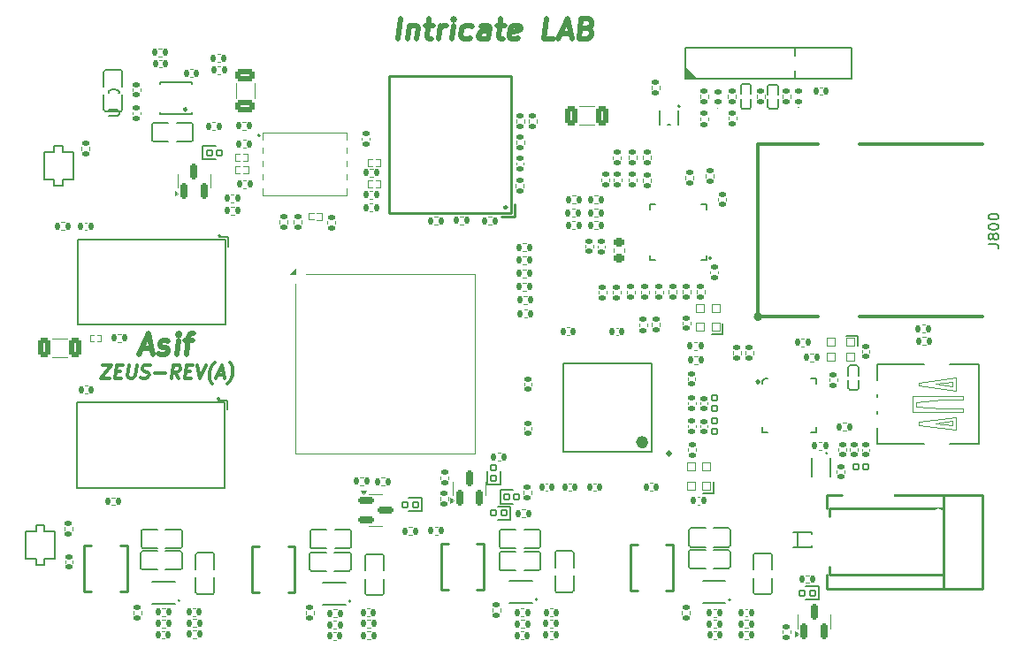
<source format=gbr>
%TF.GenerationSoftware,KiCad,Pcbnew,8.0.6*%
%TF.CreationDate,2025-01-12T20:29:37+06:00*%
%TF.ProjectId,zynq_soc_board_v1,7a796e71-5f73-46f6-935f-626f6172645f,rev?*%
%TF.SameCoordinates,Original*%
%TF.FileFunction,Legend,Top*%
%TF.FilePolarity,Positive*%
%FSLAX46Y46*%
G04 Gerber Fmt 4.6, Leading zero omitted, Abs format (unit mm)*
G04 Created by KiCad (PCBNEW 8.0.6) date 2025-01-12 20:29:37*
%MOMM*%
%LPD*%
G01*
G04 APERTURE LIST*
G04 Aperture macros list*
%AMRoundRect*
0 Rectangle with rounded corners*
0 $1 Rounding radius*
0 $2 $3 $4 $5 $6 $7 $8 $9 X,Y pos of 4 corners*
0 Add a 4 corners polygon primitive as box body*
4,1,4,$2,$3,$4,$5,$6,$7,$8,$9,$2,$3,0*
0 Add four circle primitives for the rounded corners*
1,1,$1+$1,$2,$3*
1,1,$1+$1,$4,$5*
1,1,$1+$1,$6,$7*
1,1,$1+$1,$8,$9*
0 Add four rect primitives between the rounded corners*
20,1,$1+$1,$2,$3,$4,$5,0*
20,1,$1+$1,$4,$5,$6,$7,0*
20,1,$1+$1,$6,$7,$8,$9,0*
20,1,$1+$1,$8,$9,$2,$3,0*%
G04 Aperture macros list end*
%ADD10C,0.300000*%
%ADD11C,0.500000*%
%ADD12C,0.150000*%
%ADD13C,0.250000*%
%ADD14C,0.100000*%
%ADD15C,0.120000*%
%ADD16C,0.200000*%
%ADD17C,0.175000*%
%ADD18C,0.050000*%
%ADD19C,0.000000*%
%ADD20C,0.400000*%
%ADD21C,0.600000*%
%ADD22R,2.300000X1.650000*%
%ADD23RoundRect,0.147500X0.172500X-0.147500X0.172500X0.147500X-0.172500X0.147500X-0.172500X-0.147500X0*%
%ADD24RoundRect,0.135000X0.135000X0.185000X-0.135000X0.185000X-0.135000X-0.185000X0.135000X-0.185000X0*%
%ADD25RoundRect,0.135000X-0.135000X-0.185000X0.135000X-0.185000X0.135000X0.185000X-0.135000X0.185000X0*%
%ADD26RoundRect,0.135000X-0.185000X0.135000X-0.185000X-0.135000X0.185000X-0.135000X0.185000X0.135000X0*%
%ADD27RoundRect,0.250000X0.325000X0.650000X-0.325000X0.650000X-0.325000X-0.650000X0.325000X-0.650000X0*%
%ADD28RoundRect,0.140000X0.170000X-0.140000X0.170000X0.140000X-0.170000X0.140000X-0.170000X-0.140000X0*%
%ADD29RoundRect,0.135000X0.185000X-0.135000X0.185000X0.135000X-0.185000X0.135000X-0.185000X-0.135000X0*%
%ADD30RoundRect,0.140000X-0.140000X-0.170000X0.140000X-0.170000X0.140000X0.170000X-0.140000X0.170000X0*%
%ADD31O,0.800000X0.200000*%
%ADD32O,0.200000X0.800000*%
%ADD33R,3.800000X3.800000*%
%ADD34RoundRect,0.150000X0.150000X-0.587500X0.150000X0.587500X-0.150000X0.587500X-0.150000X-0.587500X0*%
%ADD35RoundRect,0.075000X-0.225000X-0.275000X0.225000X-0.275000X0.225000X0.275000X-0.225000X0.275000X0*%
%ADD36RoundRect,0.140000X0.140000X0.170000X-0.140000X0.170000X-0.140000X-0.170000X0.140000X-0.170000X0*%
%ADD37R,0.540000X0.790000*%
%ADD38R,1.350000X1.410000*%
%ADD39C,0.250000*%
%ADD40R,0.650000X1.050000*%
%ADD41R,0.510000X0.280000*%
%ADD42R,0.800000X1.200000*%
%ADD43R,1.200000X0.600000*%
%ADD44R,3.400000X4.300000*%
%ADD45R,1.410000X1.350000*%
%ADD46R,0.280000X0.580000*%
%ADD47RoundRect,0.150000X-0.587500X-0.150000X0.587500X-0.150000X0.587500X0.150000X-0.587500X0.150000X0*%
%ADD48RoundRect,0.075000X-0.275000X0.225000X-0.275000X-0.225000X0.275000X-0.225000X0.275000X0.225000X0*%
%ADD49RoundRect,0.075000X0.225000X0.275000X-0.225000X0.275000X-0.225000X-0.275000X0.225000X-0.275000X0*%
%ADD50R,0.300000X0.320000*%
%ADD51C,3.200000*%
%ADD52R,0.800000X0.280000*%
%ADD53R,0.280000X0.800000*%
%ADD54R,3.400000X3.400000*%
%ADD55R,1.200000X0.500000*%
%ADD56C,0.390000*%
%ADD57RoundRect,0.040000X0.360000X-0.410000X0.360000X0.410000X-0.360000X0.410000X-0.360000X-0.410000X0*%
%ADD58RoundRect,0.140000X-0.170000X0.140000X-0.170000X-0.140000X0.170000X-0.140000X0.170000X0.140000X0*%
%ADD59O,1.100000X0.400000*%
%ADD60C,2.000000*%
%ADD61RoundRect,0.040000X0.410000X0.360000X-0.410000X0.360000X-0.410000X-0.360000X0.410000X-0.360000X0*%
%ADD62C,3.250000*%
%ADD63C,1.750000*%
%ADD64C,1.900000*%
%ADD65C,2.700000*%
%ADD66C,1.100000*%
%ADD67O,2.100000X1.100000*%
%ADD68RoundRect,0.250000X0.650000X-0.325000X0.650000X0.325000X-0.650000X0.325000X-0.650000X-0.325000X0*%
%ADD69O,2.000000X4.600000*%
%ADD70O,4.600000X2.000000*%
%ADD71R,1.000000X0.750000*%
%ADD72RoundRect,0.250000X-0.325000X-0.650000X0.325000X-0.650000X0.325000X0.650000X-0.325000X0.650000X0*%
%ADD73RoundRect,0.218750X0.256250X-0.218750X0.256250X0.218750X-0.256250X0.218750X-0.256250X-0.218750X0*%
%ADD74R,0.370000X0.320000*%
%ADD75C,0.500000*%
%ADD76O,1.800000X0.280000*%
%ADD77O,0.280000X1.800000*%
%ADD78C,0.650000*%
G04 APERTURE END LIST*
D10*
X124137844Y-93625304D02*
X125004510Y-93625304D01*
X125004510Y-93625304D02*
X123975344Y-94925304D01*
X123975344Y-94925304D02*
X124842010Y-94925304D01*
X125422367Y-94244352D02*
X125855701Y-94244352D01*
X125956296Y-94925304D02*
X125337248Y-94925304D01*
X125337248Y-94925304D02*
X125499748Y-93625304D01*
X125499748Y-93625304D02*
X126118796Y-93625304D01*
X126675938Y-93625304D02*
X126544391Y-94677685D01*
X126544391Y-94677685D02*
X126590819Y-94801495D01*
X126590819Y-94801495D02*
X126644986Y-94863400D01*
X126644986Y-94863400D02*
X126761057Y-94925304D01*
X126761057Y-94925304D02*
X127008676Y-94925304D01*
X127008676Y-94925304D02*
X127140224Y-94863400D01*
X127140224Y-94863400D02*
X127209867Y-94801495D01*
X127209867Y-94801495D02*
X127287248Y-94677685D01*
X127287248Y-94677685D02*
X127418795Y-93625304D01*
X127821177Y-94863400D02*
X127999153Y-94925304D01*
X127999153Y-94925304D02*
X128308677Y-94925304D01*
X128308677Y-94925304D02*
X128440224Y-94863400D01*
X128440224Y-94863400D02*
X128509867Y-94801495D01*
X128509867Y-94801495D02*
X128587248Y-94677685D01*
X128587248Y-94677685D02*
X128602724Y-94553876D01*
X128602724Y-94553876D02*
X128556296Y-94430066D01*
X128556296Y-94430066D02*
X128502129Y-94368161D01*
X128502129Y-94368161D02*
X128386058Y-94306257D01*
X128386058Y-94306257D02*
X128146177Y-94244352D01*
X128146177Y-94244352D02*
X128030105Y-94182447D01*
X128030105Y-94182447D02*
X127975938Y-94120542D01*
X127975938Y-94120542D02*
X127929510Y-93996733D01*
X127929510Y-93996733D02*
X127944986Y-93872923D01*
X127944986Y-93872923D02*
X128022367Y-93749114D01*
X128022367Y-93749114D02*
X128092010Y-93687209D01*
X128092010Y-93687209D02*
X128223558Y-93625304D01*
X128223558Y-93625304D02*
X128533081Y-93625304D01*
X128533081Y-93625304D02*
X128711058Y-93687209D01*
X129175343Y-94430066D02*
X130165819Y-94430066D01*
X131465819Y-94925304D02*
X131109867Y-94306257D01*
X130722962Y-94925304D02*
X130885462Y-93625304D01*
X130885462Y-93625304D02*
X131380700Y-93625304D01*
X131380700Y-93625304D02*
X131496772Y-93687209D01*
X131496772Y-93687209D02*
X131550938Y-93749114D01*
X131550938Y-93749114D02*
X131597367Y-93872923D01*
X131597367Y-93872923D02*
X131574153Y-94058638D01*
X131574153Y-94058638D02*
X131496772Y-94182447D01*
X131496772Y-94182447D02*
X131427129Y-94244352D01*
X131427129Y-94244352D02*
X131295581Y-94306257D01*
X131295581Y-94306257D02*
X130800343Y-94306257D01*
X132108081Y-94244352D02*
X132541415Y-94244352D01*
X132642010Y-94925304D02*
X132022962Y-94925304D01*
X132022962Y-94925304D02*
X132185462Y-93625304D01*
X132185462Y-93625304D02*
X132804510Y-93625304D01*
X133175938Y-93625304D02*
X133446771Y-94925304D01*
X133446771Y-94925304D02*
X134042605Y-93625304D01*
X134622962Y-95420542D02*
X134568795Y-95358638D01*
X134568795Y-95358638D02*
X134468200Y-95172923D01*
X134468200Y-95172923D02*
X134421772Y-95049114D01*
X134421772Y-95049114D02*
X134383081Y-94863400D01*
X134383081Y-94863400D02*
X134359867Y-94553876D01*
X134359867Y-94553876D02*
X134390819Y-94306257D01*
X134390819Y-94306257D02*
X134491414Y-93996733D01*
X134491414Y-93996733D02*
X134576533Y-93811019D01*
X134576533Y-93811019D02*
X134653914Y-93687209D01*
X134653914Y-93687209D02*
X134800938Y-93501495D01*
X134800938Y-93501495D02*
X134870581Y-93439590D01*
X135164629Y-94553876D02*
X135783677Y-94553876D01*
X134994391Y-94925304D02*
X135590224Y-93625304D01*
X135590224Y-93625304D02*
X135861058Y-94925304D01*
X136108677Y-95420542D02*
X136178320Y-95358638D01*
X136178320Y-95358638D02*
X136325344Y-95172923D01*
X136325344Y-95172923D02*
X136402725Y-95049114D01*
X136402725Y-95049114D02*
X136487844Y-94863400D01*
X136487844Y-94863400D02*
X136588439Y-94553876D01*
X136588439Y-94553876D02*
X136619391Y-94306257D01*
X136619391Y-94306257D02*
X136596177Y-93996733D01*
X136596177Y-93996733D02*
X136557486Y-93811019D01*
X136557486Y-93811019D02*
X136511058Y-93687209D01*
X136511058Y-93687209D02*
X136410463Y-93501495D01*
X136410463Y-93501495D02*
X136356296Y-93439590D01*
D11*
X152413232Y-62459238D02*
X152663232Y-60459238D01*
X153532280Y-61125904D02*
X153365613Y-62459238D01*
X153508470Y-61316380D02*
X153615613Y-61221142D01*
X153615613Y-61221142D02*
X153817994Y-61125904D01*
X153817994Y-61125904D02*
X154103708Y-61125904D01*
X154103708Y-61125904D02*
X154282280Y-61221142D01*
X154282280Y-61221142D02*
X154353708Y-61411619D01*
X154353708Y-61411619D02*
X154222756Y-62459238D01*
X155056090Y-61125904D02*
X155817994Y-61125904D01*
X155425137Y-60459238D02*
X155210852Y-62173523D01*
X155210852Y-62173523D02*
X155282280Y-62364000D01*
X155282280Y-62364000D02*
X155460852Y-62459238D01*
X155460852Y-62459238D02*
X155651328Y-62459238D01*
X156317994Y-62459238D02*
X156484661Y-61125904D01*
X156437042Y-61506857D02*
X156556089Y-61316380D01*
X156556089Y-61316380D02*
X156663232Y-61221142D01*
X156663232Y-61221142D02*
X156865613Y-61125904D01*
X156865613Y-61125904D02*
X157056089Y-61125904D01*
X157556089Y-62459238D02*
X157722756Y-61125904D01*
X157806089Y-60459238D02*
X157698946Y-60554476D01*
X157698946Y-60554476D02*
X157782280Y-60649714D01*
X157782280Y-60649714D02*
X157889423Y-60554476D01*
X157889423Y-60554476D02*
X157806089Y-60459238D01*
X157806089Y-60459238D02*
X157782280Y-60649714D01*
X159377518Y-62364000D02*
X159175137Y-62459238D01*
X159175137Y-62459238D02*
X158794185Y-62459238D01*
X158794185Y-62459238D02*
X158615613Y-62364000D01*
X158615613Y-62364000D02*
X158532280Y-62268761D01*
X158532280Y-62268761D02*
X158460851Y-62078285D01*
X158460851Y-62078285D02*
X158532280Y-61506857D01*
X158532280Y-61506857D02*
X158651327Y-61316380D01*
X158651327Y-61316380D02*
X158758470Y-61221142D01*
X158758470Y-61221142D02*
X158960851Y-61125904D01*
X158960851Y-61125904D02*
X159341804Y-61125904D01*
X159341804Y-61125904D02*
X159520375Y-61221142D01*
X161079899Y-62459238D02*
X161210851Y-61411619D01*
X161210851Y-61411619D02*
X161139423Y-61221142D01*
X161139423Y-61221142D02*
X160960851Y-61125904D01*
X160960851Y-61125904D02*
X160579899Y-61125904D01*
X160579899Y-61125904D02*
X160377518Y-61221142D01*
X161091804Y-62364000D02*
X160889423Y-62459238D01*
X160889423Y-62459238D02*
X160413232Y-62459238D01*
X160413232Y-62459238D02*
X160234661Y-62364000D01*
X160234661Y-62364000D02*
X160163232Y-62173523D01*
X160163232Y-62173523D02*
X160187042Y-61983047D01*
X160187042Y-61983047D02*
X160306090Y-61792571D01*
X160306090Y-61792571D02*
X160508471Y-61697333D01*
X160508471Y-61697333D02*
X160984661Y-61697333D01*
X160984661Y-61697333D02*
X161187042Y-61602095D01*
X161913233Y-61125904D02*
X162675137Y-61125904D01*
X162282280Y-60459238D02*
X162067995Y-62173523D01*
X162067995Y-62173523D02*
X162139423Y-62364000D01*
X162139423Y-62364000D02*
X162317995Y-62459238D01*
X162317995Y-62459238D02*
X162508471Y-62459238D01*
X163948947Y-62364000D02*
X163746566Y-62459238D01*
X163746566Y-62459238D02*
X163365613Y-62459238D01*
X163365613Y-62459238D02*
X163187042Y-62364000D01*
X163187042Y-62364000D02*
X163115613Y-62173523D01*
X163115613Y-62173523D02*
X163210852Y-61411619D01*
X163210852Y-61411619D02*
X163329899Y-61221142D01*
X163329899Y-61221142D02*
X163532280Y-61125904D01*
X163532280Y-61125904D02*
X163913232Y-61125904D01*
X163913232Y-61125904D02*
X164091804Y-61221142D01*
X164091804Y-61221142D02*
X164163232Y-61411619D01*
X164163232Y-61411619D02*
X164139423Y-61602095D01*
X164139423Y-61602095D02*
X163163232Y-61792571D01*
X167365614Y-62459238D02*
X166413233Y-62459238D01*
X166413233Y-62459238D02*
X166663233Y-60459238D01*
X168008472Y-61887809D02*
X168960853Y-61887809D01*
X167746567Y-62459238D02*
X168663234Y-60459238D01*
X168663234Y-60459238D02*
X169079900Y-62459238D01*
X170544186Y-61411619D02*
X170817996Y-61506857D01*
X170817996Y-61506857D02*
X170901329Y-61602095D01*
X170901329Y-61602095D02*
X170972758Y-61792571D01*
X170972758Y-61792571D02*
X170937043Y-62078285D01*
X170937043Y-62078285D02*
X170817996Y-62268761D01*
X170817996Y-62268761D02*
X170710853Y-62364000D01*
X170710853Y-62364000D02*
X170508472Y-62459238D01*
X170508472Y-62459238D02*
X169746567Y-62459238D01*
X169746567Y-62459238D02*
X169996567Y-60459238D01*
X169996567Y-60459238D02*
X170663234Y-60459238D01*
X170663234Y-60459238D02*
X170841805Y-60554476D01*
X170841805Y-60554476D02*
X170925139Y-60649714D01*
X170925139Y-60649714D02*
X170996567Y-60840190D01*
X170996567Y-60840190D02*
X170972758Y-61030666D01*
X170972758Y-61030666D02*
X170853710Y-61221142D01*
X170853710Y-61221142D02*
X170746567Y-61316380D01*
X170746567Y-61316380D02*
X170544186Y-61411619D01*
X170544186Y-61411619D02*
X169877520Y-61411619D01*
X127869423Y-92067809D02*
X128821804Y-92067809D01*
X127607518Y-92639238D02*
X128524185Y-90639238D01*
X128524185Y-90639238D02*
X128940851Y-92639238D01*
X129524185Y-92544000D02*
X129702756Y-92639238D01*
X129702756Y-92639238D02*
X130083709Y-92639238D01*
X130083709Y-92639238D02*
X130286090Y-92544000D01*
X130286090Y-92544000D02*
X130405137Y-92353523D01*
X130405137Y-92353523D02*
X130417042Y-92258285D01*
X130417042Y-92258285D02*
X130345613Y-92067809D01*
X130345613Y-92067809D02*
X130167042Y-91972571D01*
X130167042Y-91972571D02*
X129881328Y-91972571D01*
X129881328Y-91972571D02*
X129702756Y-91877333D01*
X129702756Y-91877333D02*
X129631328Y-91686857D01*
X129631328Y-91686857D02*
X129643233Y-91591619D01*
X129643233Y-91591619D02*
X129762280Y-91401142D01*
X129762280Y-91401142D02*
X129964661Y-91305904D01*
X129964661Y-91305904D02*
X130250375Y-91305904D01*
X130250375Y-91305904D02*
X130428947Y-91401142D01*
X131226566Y-92639238D02*
X131393233Y-91305904D01*
X131476566Y-90639238D02*
X131369423Y-90734476D01*
X131369423Y-90734476D02*
X131452757Y-90829714D01*
X131452757Y-90829714D02*
X131559900Y-90734476D01*
X131559900Y-90734476D02*
X131476566Y-90639238D01*
X131476566Y-90639238D02*
X131452757Y-90829714D01*
X132059900Y-91305904D02*
X132821804Y-91305904D01*
X132178947Y-92639238D02*
X132393233Y-90924952D01*
X132393233Y-90924952D02*
X132512281Y-90734476D01*
X132512281Y-90734476D02*
X132714662Y-90639238D01*
X132714662Y-90639238D02*
X132905138Y-90639238D01*
D12*
X124724819Y-69799285D02*
X125534342Y-69799285D01*
X125534342Y-69799285D02*
X125629580Y-69751666D01*
X125629580Y-69751666D02*
X125677200Y-69704047D01*
X125677200Y-69704047D02*
X125724819Y-69608809D01*
X125724819Y-69608809D02*
X125724819Y-69418333D01*
X125724819Y-69418333D02*
X125677200Y-69323095D01*
X125677200Y-69323095D02*
X125629580Y-69275476D01*
X125629580Y-69275476D02*
X125534342Y-69227857D01*
X125534342Y-69227857D02*
X124724819Y-69227857D01*
X125724819Y-68227857D02*
X125724819Y-68799285D01*
X125724819Y-68513571D02*
X124724819Y-68513571D01*
X124724819Y-68513571D02*
X124867676Y-68608809D01*
X124867676Y-68608809D02*
X124962914Y-68704047D01*
X124962914Y-68704047D02*
X125010533Y-68799285D01*
X124724819Y-67608809D02*
X124724819Y-67513571D01*
X124724819Y-67513571D02*
X124772438Y-67418333D01*
X124772438Y-67418333D02*
X124820057Y-67370714D01*
X124820057Y-67370714D02*
X124915295Y-67323095D01*
X124915295Y-67323095D02*
X125105771Y-67275476D01*
X125105771Y-67275476D02*
X125343866Y-67275476D01*
X125343866Y-67275476D02*
X125534342Y-67323095D01*
X125534342Y-67323095D02*
X125629580Y-67370714D01*
X125629580Y-67370714D02*
X125677200Y-67418333D01*
X125677200Y-67418333D02*
X125724819Y-67513571D01*
X125724819Y-67513571D02*
X125724819Y-67608809D01*
X125724819Y-67608809D02*
X125677200Y-67704047D01*
X125677200Y-67704047D02*
X125629580Y-67751666D01*
X125629580Y-67751666D02*
X125534342Y-67799285D01*
X125534342Y-67799285D02*
X125343866Y-67846904D01*
X125343866Y-67846904D02*
X125105771Y-67846904D01*
X125105771Y-67846904D02*
X124915295Y-67799285D01*
X124915295Y-67799285D02*
X124820057Y-67751666D01*
X124820057Y-67751666D02*
X124772438Y-67704047D01*
X124772438Y-67704047D02*
X124724819Y-67608809D01*
X124724819Y-66370714D02*
X124724819Y-66846904D01*
X124724819Y-66846904D02*
X125201009Y-66894523D01*
X125201009Y-66894523D02*
X125153390Y-66846904D01*
X125153390Y-66846904D02*
X125105771Y-66751666D01*
X125105771Y-66751666D02*
X125105771Y-66513571D01*
X125105771Y-66513571D02*
X125153390Y-66418333D01*
X125153390Y-66418333D02*
X125201009Y-66370714D01*
X125201009Y-66370714D02*
X125296247Y-66323095D01*
X125296247Y-66323095D02*
X125534342Y-66323095D01*
X125534342Y-66323095D02*
X125629580Y-66370714D01*
X125629580Y-66370714D02*
X125677200Y-66418333D01*
X125677200Y-66418333D02*
X125724819Y-66513571D01*
X125724819Y-66513571D02*
X125724819Y-66751666D01*
X125724819Y-66751666D02*
X125677200Y-66846904D01*
X125677200Y-66846904D02*
X125629580Y-66894523D01*
X208954819Y-82065714D02*
X209669104Y-82065714D01*
X209669104Y-82065714D02*
X209811961Y-82113333D01*
X209811961Y-82113333D02*
X209907200Y-82208571D01*
X209907200Y-82208571D02*
X209954819Y-82351428D01*
X209954819Y-82351428D02*
X209954819Y-82446666D01*
X209383390Y-81446666D02*
X209335771Y-81541904D01*
X209335771Y-81541904D02*
X209288152Y-81589523D01*
X209288152Y-81589523D02*
X209192914Y-81637142D01*
X209192914Y-81637142D02*
X209145295Y-81637142D01*
X209145295Y-81637142D02*
X209050057Y-81589523D01*
X209050057Y-81589523D02*
X209002438Y-81541904D01*
X209002438Y-81541904D02*
X208954819Y-81446666D01*
X208954819Y-81446666D02*
X208954819Y-81256190D01*
X208954819Y-81256190D02*
X209002438Y-81160952D01*
X209002438Y-81160952D02*
X209050057Y-81113333D01*
X209050057Y-81113333D02*
X209145295Y-81065714D01*
X209145295Y-81065714D02*
X209192914Y-81065714D01*
X209192914Y-81065714D02*
X209288152Y-81113333D01*
X209288152Y-81113333D02*
X209335771Y-81160952D01*
X209335771Y-81160952D02*
X209383390Y-81256190D01*
X209383390Y-81256190D02*
X209383390Y-81446666D01*
X209383390Y-81446666D02*
X209431009Y-81541904D01*
X209431009Y-81541904D02*
X209478628Y-81589523D01*
X209478628Y-81589523D02*
X209573866Y-81637142D01*
X209573866Y-81637142D02*
X209764342Y-81637142D01*
X209764342Y-81637142D02*
X209859580Y-81589523D01*
X209859580Y-81589523D02*
X209907200Y-81541904D01*
X209907200Y-81541904D02*
X209954819Y-81446666D01*
X209954819Y-81446666D02*
X209954819Y-81256190D01*
X209954819Y-81256190D02*
X209907200Y-81160952D01*
X209907200Y-81160952D02*
X209859580Y-81113333D01*
X209859580Y-81113333D02*
X209764342Y-81065714D01*
X209764342Y-81065714D02*
X209573866Y-81065714D01*
X209573866Y-81065714D02*
X209478628Y-81113333D01*
X209478628Y-81113333D02*
X209431009Y-81160952D01*
X209431009Y-81160952D02*
X209383390Y-81256190D01*
X208954819Y-80446666D02*
X208954819Y-80351428D01*
X208954819Y-80351428D02*
X209002438Y-80256190D01*
X209002438Y-80256190D02*
X209050057Y-80208571D01*
X209050057Y-80208571D02*
X209145295Y-80160952D01*
X209145295Y-80160952D02*
X209335771Y-80113333D01*
X209335771Y-80113333D02*
X209573866Y-80113333D01*
X209573866Y-80113333D02*
X209764342Y-80160952D01*
X209764342Y-80160952D02*
X209859580Y-80208571D01*
X209859580Y-80208571D02*
X209907200Y-80256190D01*
X209907200Y-80256190D02*
X209954819Y-80351428D01*
X209954819Y-80351428D02*
X209954819Y-80446666D01*
X209954819Y-80446666D02*
X209907200Y-80541904D01*
X209907200Y-80541904D02*
X209859580Y-80589523D01*
X209859580Y-80589523D02*
X209764342Y-80637142D01*
X209764342Y-80637142D02*
X209573866Y-80684761D01*
X209573866Y-80684761D02*
X209335771Y-80684761D01*
X209335771Y-80684761D02*
X209145295Y-80637142D01*
X209145295Y-80637142D02*
X209050057Y-80589523D01*
X209050057Y-80589523D02*
X209002438Y-80541904D01*
X209002438Y-80541904D02*
X208954819Y-80446666D01*
X208954819Y-79494285D02*
X208954819Y-79399047D01*
X208954819Y-79399047D02*
X209002438Y-79303809D01*
X209002438Y-79303809D02*
X209050057Y-79256190D01*
X209050057Y-79256190D02*
X209145295Y-79208571D01*
X209145295Y-79208571D02*
X209335771Y-79160952D01*
X209335771Y-79160952D02*
X209573866Y-79160952D01*
X209573866Y-79160952D02*
X209764342Y-79208571D01*
X209764342Y-79208571D02*
X209859580Y-79256190D01*
X209859580Y-79256190D02*
X209907200Y-79303809D01*
X209907200Y-79303809D02*
X209954819Y-79399047D01*
X209954819Y-79399047D02*
X209954819Y-79494285D01*
X209954819Y-79494285D02*
X209907200Y-79589523D01*
X209907200Y-79589523D02*
X209859580Y-79637142D01*
X209859580Y-79637142D02*
X209764342Y-79684761D01*
X209764342Y-79684761D02*
X209573866Y-79732380D01*
X209573866Y-79732380D02*
X209335771Y-79732380D01*
X209335771Y-79732380D02*
X209145295Y-79684761D01*
X209145295Y-79684761D02*
X209050057Y-79637142D01*
X209050057Y-79637142D02*
X209002438Y-79589523D01*
X209002438Y-79589523D02*
X208954819Y-79494285D01*
D13*
%TO.C,L100*%
X138460000Y-115410000D02*
X138460000Y-111010000D01*
X138460000Y-115410000D02*
X139130000Y-115410000D01*
X139130000Y-111010000D02*
X138460000Y-111010000D01*
X141890000Y-115410000D02*
X142560000Y-115410000D01*
X142560000Y-111010000D02*
X141890000Y-111010000D01*
X142560000Y-115410000D02*
X142560000Y-111010000D01*
D14*
%TO.C,D303*%
X190830000Y-69015000D02*
G75*
G02*
X190730000Y-69015000I-50000J0D01*
G01*
X190730000Y-69015000D02*
G75*
G02*
X190830000Y-69015000I50000J0D01*
G01*
D15*
%TO.C,R406*%
X164693641Y-84490000D02*
X164386359Y-84490000D01*
X164693641Y-85250000D02*
X164386359Y-85250000D01*
%TO.C,R900*%
X191026359Y-91110000D02*
X191333641Y-91110000D01*
X191026359Y-91870000D02*
X191333641Y-91870000D01*
%TO.C,R904*%
X195323641Y-99180000D02*
X195016359Y-99180000D01*
X195323641Y-99940000D02*
X195016359Y-99940000D01*
D13*
%TO.C,L101*%
X156560000Y-115160000D02*
X156560000Y-110760000D01*
X156560000Y-115160000D02*
X157230000Y-115160000D01*
X157230000Y-110760000D02*
X156560000Y-110760000D01*
X159990000Y-115160000D02*
X160660000Y-115160000D01*
X160660000Y-110760000D02*
X159990000Y-110760000D01*
X160660000Y-115160000D02*
X160660000Y-110760000D01*
D15*
%TO.C,R300*%
X184060000Y-69856359D02*
X184060000Y-70163641D01*
X184820000Y-69856359D02*
X184820000Y-70163641D01*
%TO.C,R124*%
X191486359Y-113770000D02*
X191793641Y-113770000D01*
X191486359Y-114530000D02*
X191793641Y-114530000D01*
%TO.C,R813*%
X171630000Y-86536359D02*
X171630000Y-86843641D01*
X172390000Y-86536359D02*
X172390000Y-86843641D01*
%TO.C,R806*%
X169086359Y-79900000D02*
X169393641Y-79900000D01*
X169086359Y-80660000D02*
X169393641Y-80660000D01*
%TO.C,R902*%
X193740000Y-94906359D02*
X193740000Y-95213641D01*
X194500000Y-94906359D02*
X194500000Y-95213641D01*
%TO.C,C230*%
X120736252Y-91090000D02*
X119313748Y-91090000D01*
X120736252Y-92910000D02*
X119313748Y-92910000D01*
%TO.C,C304*%
X180210000Y-97397836D02*
X180210000Y-97182164D01*
X180930000Y-97397836D02*
X180930000Y-97182164D01*
%TO.C,R808*%
X173060000Y-76063641D02*
X173060000Y-75756359D01*
X173820000Y-76063641D02*
X173820000Y-75756359D01*
%TO.C,R306*%
X186770000Y-68068641D02*
X186770000Y-67761359D01*
X187530000Y-68068641D02*
X187530000Y-67761359D01*
%TO.C,R810*%
X175920000Y-76093641D02*
X175920000Y-75786359D01*
X176680000Y-76093641D02*
X176680000Y-75786359D01*
%TO.C,C115*%
X132822164Y-116960000D02*
X133037836Y-116960000D01*
X132822164Y-117680000D02*
X133037836Y-117680000D01*
D16*
%TO.C,U800*%
X176590000Y-78220000D02*
X176590000Y-78720000D01*
X176590000Y-83120000D02*
X176590000Y-83620000D01*
X176590000Y-83620000D02*
X177090000Y-83620000D01*
X177090000Y-78220000D02*
X176590000Y-78220000D01*
X181490000Y-78220000D02*
X181990000Y-78220000D01*
X181990000Y-78220000D02*
X181990000Y-78720000D01*
X181990000Y-83120000D02*
X181990000Y-83620000D01*
X181990000Y-83620000D02*
X181490000Y-83620000D01*
D10*
X182340001Y-83420000D02*
X182340001Y-83420000D01*
X182340001Y-83420000D01*
X182340001Y-83420000D01*
X182340001Y-83420000D01*
X182340001Y-83420000D01*
X182340001Y-83420001D01*
X182340001Y-83420001D01*
X182340001Y-83420001D01*
X182340001Y-83420001D01*
X182340001Y-83420001D01*
X182340001Y-83420001D01*
X182340001Y-83420001D01*
X182340000Y-83420001D01*
X182340000Y-83420001D01*
X182340000Y-83420001D01*
X182340000Y-83420001D01*
X182340000Y-83420001D01*
X182340000Y-83420001D01*
X182340000Y-83420001D01*
X182340000Y-83420001D01*
X182340000Y-83420001D01*
X182340000Y-83420001D01*
X182340000Y-83420001D01*
X182340000Y-83420001D01*
X182339999Y-83420001D01*
X182339999Y-83420001D01*
X182339999Y-83420001D01*
X182339999Y-83420001D01*
X182339999Y-83420001D01*
X182339999Y-83420001D01*
X182339999Y-83420000D01*
X182339999Y-83420000D01*
X182339999Y-83420000D01*
X182339999Y-83420000D01*
X182339999Y-83420000D01*
X182339999Y-83420000D01*
X182339999Y-83420000D02*
X182339999Y-83420000D01*
X182339999Y-83420000D01*
X182339999Y-83420000D01*
X182339999Y-83420000D01*
X182339999Y-83420000D01*
X182339999Y-83420000D01*
X182339999Y-83419999D01*
X182339999Y-83419999D01*
X182339999Y-83419999D01*
X182339999Y-83419999D01*
X182339999Y-83419999D01*
X182340000Y-83419999D01*
X182340000Y-83419999D01*
X182340000Y-83419999D01*
X182340000Y-83419999D01*
X182340000Y-83419999D01*
X182340000Y-83419999D01*
X182340000Y-83419999D01*
X182340000Y-83419999D01*
X182340000Y-83419999D01*
X182340000Y-83419999D01*
X182340000Y-83419999D01*
X182340000Y-83419999D01*
X182340001Y-83419999D01*
X182340001Y-83419999D01*
X182340001Y-83419999D01*
X182340001Y-83419999D01*
X182340001Y-83419999D01*
X182340001Y-83419999D01*
X182340001Y-83420000D01*
X182340001Y-83420000D01*
X182340001Y-83420000D01*
X182340001Y-83420000D01*
X182340001Y-83420000D01*
X182340001Y-83420000D01*
X182340001Y-83420000D01*
D15*
%TO.C,R811*%
X171543641Y-78700000D02*
X171236359Y-78700000D01*
X171543641Y-79460000D02*
X171236359Y-79460000D01*
%TO.C,Q500*%
X157710000Y-105452500D02*
X157710000Y-104802500D01*
X157710000Y-105452500D02*
X157710000Y-106102500D01*
X160830000Y-105452500D02*
X160830000Y-104802500D01*
X160830000Y-105452500D02*
X160830000Y-106102500D01*
X157760000Y-106615000D02*
X157430000Y-106855000D01*
X157430000Y-106375000D01*
X157760000Y-106615000D01*
G36*
X157760000Y-106615000D02*
G01*
X157430000Y-106855000D01*
X157430000Y-106375000D01*
X157760000Y-106615000D01*
G37*
%TO.C,C116*%
X129842164Y-119110000D02*
X130057836Y-119110000D01*
X129842164Y-119830000D02*
X130057836Y-119830000D01*
D17*
%TO.C,D300*%
X153477150Y-106372850D02*
X154730000Y-106372850D01*
X153477150Y-107667150D02*
X154730000Y-107667150D01*
X154730000Y-107667150D02*
X154730000Y-106372850D01*
D15*
%TO.C,C125*%
X129572164Y-64440000D02*
X129787836Y-64440000D01*
X129572164Y-65160000D02*
X129787836Y-65160000D01*
%TO.C,R816*%
X178360000Y-86496359D02*
X178360000Y-86803641D01*
X179120000Y-86496359D02*
X179120000Y-86803641D01*
%TO.C,C808*%
X183110000Y-77887836D02*
X183110000Y-77672164D01*
X183830000Y-77887836D02*
X183830000Y-77672164D01*
%TO.C,R118*%
X185646359Y-119130000D02*
X185953641Y-119130000D01*
X185646359Y-119890000D02*
X185953641Y-119890000D01*
%TO.C,R336*%
X164450000Y-105706359D02*
X164450000Y-106013641D01*
X165210000Y-105706359D02*
X165210000Y-106013641D01*
%TO.C,C702*%
X122647836Y-80010000D02*
X122432164Y-80010000D01*
X122647836Y-80730000D02*
X122432164Y-80730000D01*
%TO.C,R106*%
X146543641Y-118140000D02*
X146236359Y-118140000D01*
X146543641Y-118900000D02*
X146236359Y-118900000D01*
%TO.C,C310*%
X173517836Y-90090000D02*
X173302164Y-90090000D01*
X173517836Y-90810000D02*
X173302164Y-90810000D01*
%TO.C,R425*%
X163760000Y-70443641D02*
X163760000Y-70136359D01*
X164520000Y-70443641D02*
X164520000Y-70136359D01*
%TO.C,C905*%
X195730000Y-101867836D02*
X195730000Y-101652164D01*
X196450000Y-101867836D02*
X196450000Y-101652164D01*
D12*
%TO.C,D301*%
X185240000Y-66910000D02*
X185240000Y-67700000D01*
X185240000Y-68950000D02*
X185240000Y-68160000D01*
X186090000Y-66760000D02*
X185390000Y-66760000D01*
X186090000Y-69100000D02*
X185390000Y-69100000D01*
X186240000Y-67700000D02*
X186240000Y-66910000D01*
X186240000Y-68160000D02*
X186240000Y-68950000D01*
X185240000Y-66910000D02*
G75*
G02*
X185390000Y-66760000I150000J0D01*
G01*
X185390000Y-69100000D02*
G75*
G02*
X185240000Y-68950000I0J150000D01*
G01*
X186090000Y-66760000D02*
G75*
G02*
X186240000Y-66910000I0J-150000D01*
G01*
X186240000Y-68950000D02*
G75*
G02*
X186090000Y-69100000I-150000J0D01*
G01*
%TO.C,C114*%
X133050000Y-111780000D02*
X133050000Y-113190000D01*
X133050000Y-115400000D02*
X133050000Y-113990000D01*
X134700000Y-111630000D02*
X133200000Y-111630000D01*
X134700000Y-115550000D02*
X133200000Y-115550000D01*
X134850000Y-113190000D02*
X134850000Y-111780000D01*
X134850000Y-113990000D02*
X134850000Y-115400000D01*
X133050000Y-111780000D02*
G75*
G02*
X133200000Y-111630000I150000J0D01*
G01*
X133200000Y-115550000D02*
G75*
G02*
X133050000Y-115400000I0J150000D01*
G01*
X134700000Y-111630000D02*
G75*
G02*
X134850000Y-111780000I0J-150000D01*
G01*
X134850000Y-115400000D02*
G75*
G02*
X134700000Y-115550000I-150000J0D01*
G01*
D15*
%TO.C,R817*%
X177030000Y-86506359D02*
X177030000Y-86813641D01*
X177790000Y-86506359D02*
X177790000Y-86813641D01*
%TO.C,R426*%
X164940000Y-70136359D02*
X164940000Y-70443641D01*
X165700000Y-70136359D02*
X165700000Y-70443641D01*
%TO.C,R807*%
X171573641Y-77430000D02*
X171266359Y-77430000D01*
X171573641Y-78190000D02*
X171266359Y-78190000D01*
D13*
%TO.C,U403*%
X151580000Y-65970000D02*
X151580000Y-77660000D01*
X151580000Y-79080000D02*
X151580000Y-77660000D01*
X162370000Y-79440000D02*
X163640000Y-79440000D01*
X163260000Y-65970000D02*
X151580000Y-65970000D01*
X163260000Y-66080000D02*
X163260000Y-79080000D01*
X163260000Y-79080000D02*
X151580000Y-79080000D01*
X163640000Y-79440000D02*
X163640000Y-78290000D01*
X162880000Y-78550000D02*
G75*
G02*
X162620000Y-78550000I-130000J0D01*
G01*
X162620000Y-78550000D02*
G75*
G02*
X162880000Y-78550000I130000J0D01*
G01*
D16*
%TO.C,SW400*%
X116765000Y-109610000D02*
X116765000Y-112210000D01*
X116765000Y-109610000D02*
X117765000Y-109610000D01*
X116765000Y-112210000D02*
X117765000Y-112210000D01*
X117765000Y-109010000D02*
X117765000Y-109610000D01*
X117765000Y-109010000D02*
X118565000Y-109010000D01*
X117765000Y-112210000D02*
X117765000Y-112810000D01*
X117765000Y-112810000D02*
X118565000Y-112810000D01*
X118565000Y-109010000D02*
X118565000Y-109610000D01*
X118565000Y-109610000D02*
X119565000Y-109610000D01*
X118565000Y-112210000D02*
X118565000Y-112810000D01*
X118565000Y-112210000D02*
X119565000Y-112210000D01*
X119565000Y-109610000D02*
X119565000Y-112210000D01*
D15*
%TO.C,R127*%
X129813641Y-63350000D02*
X129506359Y-63350000D01*
X129813641Y-64110000D02*
X129506359Y-64110000D01*
D12*
%TO.C,U102*%
X165290000Y-114280000D02*
X163130000Y-114280000D01*
X165290000Y-116440000D02*
X163130000Y-116440000D01*
X165760000Y-116110000D02*
G75*
G02*
X165620000Y-116110000I-70000J0D01*
G01*
X165620000Y-116110000D02*
G75*
G02*
X165760000Y-116110000I70000J0D01*
G01*
D14*
%TO.C,U402*%
X139500000Y-71370000D02*
X139500000Y-72050000D01*
X139500000Y-72850000D02*
X139500000Y-73330000D01*
X139500000Y-74130000D02*
X139500000Y-74610000D01*
X139500000Y-75410000D02*
X139500000Y-75890000D01*
X139500000Y-76690000D02*
X139500000Y-77370000D01*
X139640000Y-77370000D02*
X139500000Y-77370000D01*
X147500000Y-71370000D02*
X139500000Y-71370000D01*
X147500000Y-71370000D02*
X147500000Y-72050000D01*
X147500000Y-72850000D02*
X147500000Y-73330000D01*
X147500000Y-74130000D02*
X147500000Y-74610000D01*
X147500000Y-75410000D02*
X147500000Y-75890000D01*
X147500000Y-76690000D02*
X147500000Y-77370000D01*
X147500000Y-77370000D02*
X139640000Y-77370000D01*
D16*
X139200000Y-71670000D02*
G75*
G02*
X139000000Y-71670000I-100000J0D01*
G01*
X139000000Y-71670000D02*
G75*
G02*
X139200000Y-71670000I100000J0D01*
G01*
D15*
%TO.C,R317*%
X150013641Y-78190000D02*
X149706359Y-78190000D01*
X150013641Y-78950000D02*
X149706359Y-78950000D01*
%TO.C,R503*%
X161956359Y-102050000D02*
X162263641Y-102050000D01*
X161956359Y-102810000D02*
X162263641Y-102810000D01*
%TO.C,C300*%
X193067836Y-67050000D02*
X192852164Y-67050000D01*
X193067836Y-67770000D02*
X192852164Y-67770000D01*
%TO.C,C126*%
X127040000Y-67377836D02*
X127040000Y-67162164D01*
X127760000Y-67377836D02*
X127760000Y-67162164D01*
%TO.C,C906*%
X196870000Y-101877836D02*
X196870000Y-101662164D01*
X197590000Y-101877836D02*
X197590000Y-101662164D01*
D12*
%TO.C,C122*%
X180310000Y-112990000D02*
X180310000Y-111490000D01*
X180460000Y-111340000D02*
X181870000Y-111340000D01*
X181870000Y-113140000D02*
X180460000Y-113140000D01*
X182670000Y-113140000D02*
X184080000Y-113140000D01*
X184080000Y-111340000D02*
X182670000Y-111340000D01*
X184230000Y-112990000D02*
X184230000Y-111490000D01*
X180310000Y-111490000D02*
G75*
G02*
X180460000Y-111340000I150000J0D01*
G01*
X180460000Y-113140000D02*
G75*
G02*
X180310000Y-112990000I0J150000D01*
G01*
X184080000Y-111340000D02*
G75*
G02*
X184230000Y-111490000I0J-150000D01*
G01*
X184230000Y-112990000D02*
G75*
G02*
X184080000Y-113140000I-150000J0D01*
G01*
D15*
%TO.C,R123*%
X189220000Y-119353641D02*
X189220000Y-119046359D01*
X189980000Y-119353641D02*
X189980000Y-119046359D01*
%TO.C,R823*%
X202943641Y-90990000D02*
X202636359Y-90990000D01*
X202943641Y-91750000D02*
X202636359Y-91750000D01*
D12*
%TO.C,U401*%
X177507500Y-69295000D02*
X177507500Y-70645000D01*
X178257500Y-70645000D02*
X178517500Y-70645000D01*
X179257500Y-69295000D02*
X179257500Y-70645000D01*
D16*
X179427500Y-68895000D02*
G75*
G02*
X179227500Y-68895000I-100000J0D01*
G01*
X179227500Y-68895000D02*
G75*
G02*
X179427500Y-68895000I100000J0D01*
G01*
D15*
%TO.C,R114*%
X133093641Y-117970000D02*
X132786359Y-117970000D01*
X133093641Y-118730000D02*
X132786359Y-118730000D01*
%TO.C,R332*%
X175520000Y-89656359D02*
X175520000Y-89963641D01*
X176280000Y-89656359D02*
X176280000Y-89963641D01*
%TO.C,R322*%
X185670000Y-92346359D02*
X185670000Y-92653641D01*
X186430000Y-92346359D02*
X186430000Y-92653641D01*
%TO.C,R804*%
X175920000Y-73933641D02*
X175920000Y-73626359D01*
X176680000Y-73933641D02*
X176680000Y-73626359D01*
%TO.C,R126*%
X135443641Y-65040000D02*
X135136359Y-65040000D01*
X135443641Y-65800000D02*
X135136359Y-65800000D01*
%TO.C,Q300*%
X150282500Y-105990000D02*
X149632500Y-105990000D01*
X150282500Y-105990000D02*
X150932500Y-105990000D01*
X150282500Y-109110000D02*
X149632500Y-109110000D01*
X150282500Y-109110000D02*
X150932500Y-109110000D01*
X149120000Y-106040000D02*
X148880000Y-105710000D01*
X149360000Y-105710000D01*
X149120000Y-106040000D01*
G36*
X149120000Y-106040000D02*
G01*
X148880000Y-105710000D01*
X149360000Y-105710000D01*
X149120000Y-106040000D01*
G37*
%TO.C,R320*%
X142450000Y-79776359D02*
X142450000Y-80083641D01*
X143210000Y-79776359D02*
X143210000Y-80083641D01*
%TO.C,C306*%
X180220000Y-99617836D02*
X180220000Y-99402164D01*
X180940000Y-99617836D02*
X180940000Y-99402164D01*
%TO.C,R501*%
X156500000Y-104603641D02*
X156500000Y-104296359D01*
X157260000Y-104603641D02*
X157260000Y-104296359D01*
%TO.C,R416*%
X176700000Y-67233641D02*
X176700000Y-66926359D01*
X177460000Y-67233641D02*
X177460000Y-66926359D01*
D12*
%TO.C,C117*%
X127840000Y-111030000D02*
X127840000Y-109530000D01*
X127990000Y-109380000D02*
X129400000Y-109380000D01*
X129400000Y-111180000D02*
X127990000Y-111180000D01*
X130200000Y-111180000D02*
X131610000Y-111180000D01*
X131610000Y-109380000D02*
X130200000Y-109380000D01*
X131760000Y-111030000D02*
X131760000Y-109530000D01*
X127840000Y-109530000D02*
G75*
G02*
X127990000Y-109380000I150000J0D01*
G01*
X127990000Y-111180000D02*
G75*
G02*
X127840000Y-111030000I0J150000D01*
G01*
X131610000Y-109380000D02*
G75*
G02*
X131760000Y-109530000I0J-150000D01*
G01*
X131760000Y-111030000D02*
G75*
G02*
X131610000Y-111180000I-150000J0D01*
G01*
D15*
%TO.C,C318*%
X181102164Y-106280000D02*
X181317836Y-106280000D01*
X181102164Y-107000000D02*
X181317836Y-107000000D01*
D12*
%TO.C,U104*%
X183790000Y-114300000D02*
X181630000Y-114300000D01*
X183790000Y-116460000D02*
X181630000Y-116460000D01*
X184260000Y-116130000D02*
G75*
G02*
X184120000Y-116130000I-70000J0D01*
G01*
X184120000Y-116130000D02*
G75*
G02*
X184260000Y-116130000I70000J0D01*
G01*
D15*
%TO.C,R338*%
X180210000Y-101596359D02*
X180210000Y-101903641D01*
X180970000Y-101596359D02*
X180970000Y-101903641D01*
%TO.C,R337*%
X164286359Y-107490000D02*
X164593641Y-107490000D01*
X164286359Y-108250000D02*
X164593641Y-108250000D01*
%TO.C,R814*%
X179970000Y-75853641D02*
X179970000Y-75546359D01*
X180730000Y-75853641D02*
X180730000Y-75546359D01*
%TO.C,R402*%
X120490000Y-109166359D02*
X120490000Y-109473641D01*
X121250000Y-109166359D02*
X121250000Y-109473641D01*
%TO.C,R115*%
X127090000Y-117533641D02*
X127090000Y-117226359D01*
X127850000Y-117533641D02*
X127850000Y-117226359D01*
D17*
%TO.C,D400*%
X133760000Y-72652850D02*
X133760000Y-73947150D01*
X135012850Y-72652850D02*
X133760000Y-72652850D01*
X135012850Y-73947150D02*
X133760000Y-73947150D01*
D15*
%TO.C,R309*%
X153456359Y-109180000D02*
X153763641Y-109180000D01*
X153456359Y-109940000D02*
X153763641Y-109940000D01*
%TO.C,R302*%
X150826359Y-104420000D02*
X151133641Y-104420000D01*
X150826359Y-105180000D02*
X151133641Y-105180000D01*
%TO.C,R112*%
X164176359Y-116970000D02*
X164483641Y-116970000D01*
X164176359Y-117730000D02*
X164483641Y-117730000D01*
%TO.C,C305*%
X181370000Y-99627836D02*
X181370000Y-99412164D01*
X182090000Y-99627836D02*
X182090000Y-99412164D01*
%TO.C,R305*%
X184040000Y-68083641D02*
X184040000Y-67776359D01*
X184800000Y-68083641D02*
X184800000Y-67776359D01*
%TO.C,R105*%
X143600000Y-117523641D02*
X143600000Y-117216359D01*
X144360000Y-117523641D02*
X144360000Y-117216359D01*
D12*
%TO.C,C127*%
X128880000Y-72130000D02*
X128880000Y-70630000D01*
X129030000Y-70480000D02*
X130440000Y-70480000D01*
X130440000Y-72280000D02*
X129030000Y-72280000D01*
X131240000Y-72280000D02*
X132650000Y-72280000D01*
X132650000Y-70480000D02*
X131240000Y-70480000D01*
X132800000Y-72130000D02*
X132800000Y-70630000D01*
X128880000Y-70630000D02*
G75*
G02*
X129030000Y-70480000I150000J0D01*
G01*
X129030000Y-72280000D02*
G75*
G02*
X128880000Y-72130000I0J150000D01*
G01*
X132650000Y-70480000D02*
G75*
G02*
X132800000Y-70630000I0J-150000D01*
G01*
X132800000Y-72130000D02*
G75*
G02*
X132650000Y-72280000I-150000J0D01*
G01*
D18*
%TO.C,R319*%
X143895000Y-79080000D02*
X144345000Y-79080000D01*
X143895000Y-79730000D02*
X143895000Y-79080000D01*
X144345000Y-79730000D02*
X143895000Y-79730000D01*
X144665000Y-79740000D02*
X145115000Y-79740000D01*
X145115000Y-79740000D02*
X145125000Y-79080000D01*
X145125000Y-79080000D02*
X144675000Y-79080000D01*
D15*
%TO.C,R701*%
X125036359Y-106320000D02*
X125343641Y-106320000D01*
X125036359Y-107080000D02*
X125343641Y-107080000D01*
D12*
%TO.C,U101*%
X147420000Y-114460000D02*
X145260000Y-114460000D01*
X147420000Y-116620000D02*
X145260000Y-116620000D01*
X147890000Y-116290000D02*
G75*
G02*
X147750000Y-116290000I-70000J0D01*
G01*
X147750000Y-116290000D02*
G75*
G02*
X147890000Y-116290000I70000J0D01*
G01*
%TO.C,U900*%
X187300000Y-95160000D02*
X187300000Y-95410000D01*
X187300000Y-100110000D02*
X187300000Y-99610000D01*
X187300000Y-100110000D02*
X187800000Y-100110000D01*
X187550000Y-94910000D02*
X187300000Y-95160000D01*
X187800000Y-94910000D02*
X187550000Y-94910000D01*
X192500000Y-94910000D02*
X192000000Y-94910000D01*
X192500000Y-94910000D02*
X192500000Y-95410000D01*
X192500000Y-100110000D02*
X192000000Y-100110000D01*
X192500000Y-100110000D02*
X192500000Y-99610000D01*
D13*
X187020000Y-95260000D02*
G75*
G02*
X186780000Y-95260000I-120000J0D01*
G01*
X186780000Y-95260000D02*
G75*
G02*
X187020000Y-95260000I120000J0D01*
G01*
D12*
%TO.C,C107*%
X144020000Y-111060000D02*
X144020000Y-109560000D01*
X144170000Y-109410000D02*
X145580000Y-109410000D01*
X145580000Y-111210000D02*
X144170000Y-111210000D01*
X146380000Y-111210000D02*
X147790000Y-111210000D01*
X147790000Y-109410000D02*
X146380000Y-109410000D01*
X147940000Y-111060000D02*
X147940000Y-109560000D01*
X144020000Y-109560000D02*
G75*
G02*
X144170000Y-109410000I150000J0D01*
G01*
X144170000Y-111210000D02*
G75*
G02*
X144020000Y-111060000I0J150000D01*
G01*
X147790000Y-109410000D02*
G75*
G02*
X147940000Y-109560000I0J-150000D01*
G01*
X147940000Y-111060000D02*
G75*
G02*
X147790000Y-111210000I-150000J0D01*
G01*
D15*
%TO.C,R625*%
X120196359Y-79960000D02*
X120503641Y-79960000D01*
X120196359Y-80720000D02*
X120503641Y-80720000D01*
%TO.C,C724*%
X122687836Y-95640000D02*
X122472164Y-95640000D01*
X122687836Y-96360000D02*
X122472164Y-96360000D01*
D12*
%TO.C,U901*%
X192080000Y-102530000D02*
X192080000Y-104290000D01*
X193830000Y-102530000D02*
X193830000Y-104290000D01*
X193530000Y-102100000D02*
G75*
G02*
X193390000Y-102100000I-70000J0D01*
G01*
X193390000Y-102100000D02*
G75*
G02*
X193530000Y-102100000I70000J0D01*
G01*
D15*
%TO.C,C907*%
X194460000Y-103987836D02*
X194460000Y-103772164D01*
X195180000Y-103987836D02*
X195180000Y-103772164D01*
%TO.C,R815*%
X179690000Y-86486359D02*
X179690000Y-86793641D01*
X180450000Y-86486359D02*
X180450000Y-86793641D01*
D12*
%TO.C,U701*%
X121685900Y-97250000D02*
X135845900Y-97250000D01*
X121685900Y-105410000D02*
X121685900Y-97250000D01*
X135845900Y-97250000D02*
X135845900Y-105410000D01*
X135845900Y-105410000D02*
X121685900Y-105410000D01*
X136065900Y-97030000D02*
X135205900Y-97030000D01*
X136065900Y-97890000D02*
X136065900Y-97030000D01*
D16*
X135345900Y-96880000D02*
G75*
G02*
X135145900Y-96880000I-100000J0D01*
G01*
X135145900Y-96880000D02*
G75*
G02*
X135345900Y-96880000I100000J0D01*
G01*
D15*
%TO.C,R315*%
X137903641Y-75950000D02*
X137596359Y-75950000D01*
X137903641Y-76710000D02*
X137596359Y-76710000D01*
%TO.C,R408*%
X164713641Y-83220000D02*
X164406359Y-83220000D01*
X164713641Y-83980000D02*
X164406359Y-83980000D01*
%TO.C,C111*%
X164232164Y-119170000D02*
X164447836Y-119170000D01*
X164232164Y-119890000D02*
X164447836Y-119890000D01*
%TO.C,R330*%
X181073641Y-91430000D02*
X180766359Y-91430000D01*
X181073641Y-92190000D02*
X180766359Y-92190000D01*
%TO.C,C900*%
X196870000Y-92477836D02*
X196870000Y-92262164D01*
X197590000Y-92477836D02*
X197590000Y-92262164D01*
D16*
%TO.C,X800*%
X183475000Y-90730000D02*
X182513480Y-90730000D01*
X183475000Y-90730000D02*
X183475000Y-89674330D01*
D15*
%TO.C,C312*%
X164520000Y-99592164D02*
X164520000Y-99807836D01*
X165240000Y-99592164D02*
X165240000Y-99807836D01*
D12*
%TO.C,U105*%
X129670000Y-66585000D02*
X132670000Y-66585000D01*
X129670000Y-66705000D02*
X129670000Y-66585000D01*
X129670000Y-69585000D02*
X129670000Y-69475000D01*
X132670000Y-66585000D02*
X132670000Y-66705000D01*
X132670000Y-69475000D02*
X132670000Y-69585000D01*
X132670000Y-69585000D02*
X129670000Y-69585000D01*
D13*
X132200000Y-69185000D02*
G75*
G02*
X131940000Y-69185000I-130000J0D01*
G01*
X131940000Y-69185000D02*
G75*
G02*
X132200000Y-69185000I130000J0D01*
G01*
D15*
%TO.C,R820*%
X175690000Y-86813641D02*
X175690000Y-86506359D01*
X176450000Y-86813641D02*
X176450000Y-86506359D01*
%TO.C,C314*%
X168772164Y-104980000D02*
X168987836Y-104980000D01*
X168772164Y-105700000D02*
X168987836Y-105700000D01*
%TO.C,C307*%
X166777836Y-104990000D02*
X166562164Y-104990000D01*
X166777836Y-105710000D02*
X166562164Y-105710000D01*
%TO.C,R110*%
X161470000Y-117283641D02*
X161470000Y-116976359D01*
X162230000Y-117283641D02*
X162230000Y-116976359D01*
D12*
%TO.C,C123*%
X180310000Y-110910000D02*
X180310000Y-109410000D01*
X180460000Y-109260000D02*
X181870000Y-109260000D01*
X181870000Y-111060000D02*
X180460000Y-111060000D01*
X182670000Y-111060000D02*
X184080000Y-111060000D01*
X184080000Y-109260000D02*
X182670000Y-109260000D01*
X184230000Y-110910000D02*
X184230000Y-109410000D01*
X180310000Y-109410000D02*
G75*
G02*
X180460000Y-109260000I150000J0D01*
G01*
X180460000Y-111060000D02*
G75*
G02*
X180310000Y-110910000I0J150000D01*
G01*
X184080000Y-109260000D02*
G75*
G02*
X184230000Y-109410000I0J-150000D01*
G01*
X184230000Y-110910000D02*
G75*
G02*
X184080000Y-111060000I-150000J0D01*
G01*
D17*
%TO.C,D101*%
X191457150Y-114842850D02*
X192710000Y-114842850D01*
X191457150Y-116137150D02*
X192710000Y-116137150D01*
X192710000Y-116137150D02*
X192710000Y-114842850D01*
D15*
%TO.C,R122*%
X182616359Y-117010000D02*
X182923641Y-117010000D01*
X182616359Y-117770000D02*
X182923641Y-117770000D01*
%TO.C,C401*%
X120560000Y-112627836D02*
X120560000Y-112412164D01*
X121280000Y-112627836D02*
X121280000Y-112412164D01*
%TO.C,C121*%
X182662164Y-119150000D02*
X182877836Y-119150000D01*
X182662164Y-119870000D02*
X182877836Y-119870000D01*
%TO.C,R301*%
X181380000Y-70233641D02*
X181380000Y-69926359D01*
X182140000Y-70233641D02*
X182140000Y-69926359D01*
%TO.C,R103*%
X149456359Y-119180000D02*
X149763641Y-119180000D01*
X149456359Y-119940000D02*
X149763641Y-119940000D01*
D13*
%TO.C,L103*%
X174680000Y-115220000D02*
X174680000Y-110820000D01*
X174680000Y-115220000D02*
X175350000Y-115220000D01*
X175350000Y-110820000D02*
X174680000Y-110820000D01*
X178110000Y-115220000D02*
X178780000Y-115220000D01*
X178780000Y-110820000D02*
X178110000Y-110820000D01*
X178780000Y-115220000D02*
X178780000Y-110820000D01*
D15*
%TO.C,R125*%
X135423641Y-63870000D02*
X135116359Y-63870000D01*
X135423641Y-64630000D02*
X135116359Y-64630000D01*
%TO.C,R323*%
X184500000Y-92653641D02*
X184500000Y-92346359D01*
X185260000Y-92653641D02*
X185260000Y-92346359D01*
%TO.C,C106*%
X146282164Y-119240000D02*
X146497836Y-119240000D01*
X146282164Y-119960000D02*
X146497836Y-119960000D01*
%TO.C,R116*%
X130123641Y-118030000D02*
X129816359Y-118030000D01*
X130123641Y-118790000D02*
X129816359Y-118790000D01*
D18*
%TO.C,R312*%
X136845000Y-73450000D02*
X137295000Y-73450000D01*
X136845000Y-74100000D02*
X136845000Y-73450000D01*
X137295000Y-74100000D02*
X136845000Y-74100000D01*
X137615000Y-74110000D02*
X138065000Y-74110000D01*
X138065000Y-74110000D02*
X138075000Y-73450000D01*
X138075000Y-73450000D02*
X137625000Y-73450000D01*
D15*
%TO.C,R901*%
X191916359Y-92540000D02*
X192223641Y-92540000D01*
X191916359Y-93300000D02*
X192223641Y-93300000D01*
%TO.C,R409*%
X164713641Y-85770000D02*
X164406359Y-85770000D01*
X164713641Y-86530000D02*
X164406359Y-86530000D01*
%TO.C,R119*%
X185963641Y-118050000D02*
X185656359Y-118050000D01*
X185963641Y-118810000D02*
X185656359Y-118810000D01*
%TO.C,R809*%
X174500000Y-76063641D02*
X174500000Y-75756359D01*
X175260000Y-76063641D02*
X175260000Y-75756359D01*
%TO.C,R121*%
X182923641Y-118060000D02*
X182616359Y-118060000D01*
X182923641Y-118820000D02*
X182616359Y-118820000D01*
D16*
%TO.C,J300*%
X179950000Y-66240000D02*
X179950000Y-63240000D01*
X190450000Y-63990000D02*
X190450000Y-63240000D01*
X190450000Y-66240000D02*
X190450000Y-65490000D01*
X195877400Y-63240000D02*
X179950000Y-63240000D01*
X195877400Y-66240000D02*
X179950000Y-66240000D01*
X195877400Y-66240000D02*
X195877400Y-63240000D01*
D19*
G36*
X181153260Y-66240000D02*
G01*
X179950000Y-66240000D01*
X179950010Y-65036740D01*
X181153260Y-66240000D01*
G37*
D15*
%TO.C,C412*%
X163750000Y-74457836D02*
X163750000Y-74242164D01*
X164470000Y-74457836D02*
X164470000Y-74242164D01*
%TO.C,R419*%
X145680000Y-79846359D02*
X145680000Y-80153641D01*
X146440000Y-79846359D02*
X146440000Y-80153641D01*
%TO.C,R422*%
X158376359Y-79430000D02*
X158683641Y-79430000D01*
X158376359Y-80190000D02*
X158683641Y-80190000D01*
%TO.C,R418*%
X137526359Y-70350000D02*
X137833641Y-70350000D01*
X137526359Y-71110000D02*
X137833641Y-71110000D01*
%TO.C,R331*%
X176740000Y-89636359D02*
X176740000Y-89943641D01*
X177500000Y-89636359D02*
X177500000Y-89943641D01*
D13*
%TO.C,L102*%
X122400000Y-115320000D02*
X122400000Y-110920000D01*
X122400000Y-115320000D02*
X123070000Y-115320000D01*
X123070000Y-110920000D02*
X122400000Y-110920000D01*
X125830000Y-115320000D02*
X126500000Y-115320000D01*
X126500000Y-110920000D02*
X125830000Y-110920000D01*
X126500000Y-115320000D02*
X126500000Y-110920000D01*
D15*
%TO.C,R107*%
X146256359Y-117040000D02*
X146563641Y-117040000D01*
X146256359Y-117800000D02*
X146563641Y-117800000D01*
%TO.C,R805*%
X169076359Y-78700000D02*
X169383641Y-78700000D01*
X169076359Y-79460000D02*
X169383641Y-79460000D01*
%TO.C,R411*%
X164803641Y-88360000D02*
X164496359Y-88360000D01*
X164803641Y-89120000D02*
X164496359Y-89120000D01*
D12*
%TO.C,C112*%
X162140000Y-113180000D02*
X162140000Y-111680000D01*
X162290000Y-111530000D02*
X163700000Y-111530000D01*
X163700000Y-113330000D02*
X162290000Y-113330000D01*
X164500000Y-113330000D02*
X165910000Y-113330000D01*
X165910000Y-111530000D02*
X164500000Y-111530000D01*
X166060000Y-113180000D02*
X166060000Y-111680000D01*
X162140000Y-111680000D02*
G75*
G02*
X162290000Y-111530000I150000J0D01*
G01*
X162290000Y-113330000D02*
G75*
G02*
X162140000Y-113180000I0J150000D01*
G01*
X165910000Y-111530000D02*
G75*
G02*
X166060000Y-111680000I0J-150000D01*
G01*
X166060000Y-113180000D02*
G75*
G02*
X165910000Y-113330000I-150000J0D01*
G01*
D16*
%TO.C,X900*%
X196425000Y-90860000D02*
X195369330Y-90860000D01*
X196425000Y-90860000D02*
X196425000Y-91821520D01*
D10*
%TO.C,J800*%
X186900000Y-72530000D02*
X186900000Y-89030000D01*
X186900000Y-72530000D02*
X192650000Y-72530000D01*
X186900000Y-89030000D02*
X192650000Y-89030000D01*
X196650000Y-72530000D02*
X208400000Y-72530000D01*
X196650000Y-89030000D02*
X208400000Y-89030000D01*
D20*
X187100000Y-89030000D02*
G75*
G02*
X186700000Y-89030000I-200000J0D01*
G01*
X186700000Y-89030000D02*
G75*
G02*
X187100000Y-89030000I200000J0D01*
G01*
D15*
%TO.C,R700*%
X125616359Y-90680000D02*
X125923641Y-90680000D01*
X125616359Y-91440000D02*
X125923641Y-91440000D01*
%TO.C,R120*%
X179650000Y-117513641D02*
X179650000Y-117206359D01*
X180410000Y-117513641D02*
X180410000Y-117206359D01*
%TO.C,C120*%
X185692164Y-117020000D02*
X185907836Y-117020000D01*
X185692164Y-117740000D02*
X185907836Y-117740000D01*
%TO.C,C807*%
X182350000Y-84672164D02*
X182350000Y-84887836D01*
X183070000Y-84672164D02*
X183070000Y-84887836D01*
%TO.C,R800*%
X169443641Y-77430000D02*
X169136359Y-77430000D01*
X169443641Y-78190000D02*
X169136359Y-78190000D01*
D12*
%TO.C,D302*%
X187860000Y-66930000D02*
X187860000Y-67720000D01*
X187860000Y-68970000D02*
X187860000Y-68180000D01*
X188710000Y-66780000D02*
X188010000Y-66780000D01*
X188710000Y-69120000D02*
X188010000Y-69120000D01*
X188860000Y-67720000D02*
X188860000Y-66930000D01*
X188860000Y-68180000D02*
X188860000Y-68970000D01*
X187860000Y-66930000D02*
G75*
G02*
X188010000Y-66780000I150000J0D01*
G01*
X188010000Y-69120000D02*
G75*
G02*
X187860000Y-68970000I0J150000D01*
G01*
X188710000Y-66780000D02*
G75*
G02*
X188860000Y-66930000I0J-150000D01*
G01*
X188860000Y-68970000D02*
G75*
G02*
X188710000Y-69120000I-150000J0D01*
G01*
D15*
%TO.C,C129*%
X132777836Y-65320000D02*
X132562164Y-65320000D01*
X132777836Y-66040000D02*
X132562164Y-66040000D01*
D12*
%TO.C,J900*%
X198350000Y-93580000D02*
X202830000Y-93580000D01*
X198350000Y-95080000D02*
X198350000Y-93580000D01*
X198350000Y-96680000D02*
X198350000Y-96480000D01*
X198350000Y-98280000D02*
X198350000Y-98080000D01*
X198350000Y-101180000D02*
X198350000Y-99680000D01*
D14*
X201690000Y-96620000D02*
X206490000Y-96620000D01*
X201690000Y-98120000D02*
X201690000Y-96620000D01*
X201690000Y-98140000D02*
X201690000Y-98120000D01*
X202070000Y-97200000D02*
X202070000Y-97610000D01*
X202070000Y-97610000D02*
X204490000Y-97810000D01*
X202290000Y-95330000D02*
X205890000Y-94880000D01*
X202290000Y-95630000D02*
X202290000Y-95330000D01*
X202290000Y-99080000D02*
X205890000Y-98630000D01*
X202290000Y-99380000D02*
X202290000Y-99080000D01*
D12*
X202830000Y-101180000D02*
X198350000Y-101180000D01*
D14*
X203890000Y-95480000D02*
X205490000Y-95280000D01*
X203890000Y-99230000D02*
X205490000Y-99030000D01*
X204490000Y-97000000D02*
X202070000Y-97200000D01*
X204490000Y-97810000D02*
X206490000Y-97810000D01*
D12*
X205260000Y-93580000D02*
X208050000Y-93580000D01*
D14*
X205490000Y-95280000D02*
X205490000Y-95680000D01*
X205490000Y-95680000D02*
X203890000Y-95480000D01*
X205490000Y-99030000D02*
X205490000Y-99430000D01*
X205490000Y-99430000D02*
X203890000Y-99230000D01*
X205890000Y-94880000D02*
X205890000Y-96080000D01*
X205890000Y-96080000D02*
X202290000Y-95630000D01*
X205890000Y-98630000D02*
X205890000Y-99830000D01*
X205890000Y-99830000D02*
X202290000Y-99380000D01*
X206490000Y-96620000D02*
X206490000Y-97000000D01*
X206490000Y-97000000D02*
X204490000Y-97000000D01*
X206490000Y-97810000D02*
X206490000Y-98140000D01*
X206490000Y-98140000D02*
X201690000Y-98140000D01*
D12*
X208050000Y-93580000D02*
X208050000Y-101180000D01*
X208050000Y-101180000D02*
X205260000Y-101180000D01*
D15*
%TO.C,R313*%
X137883641Y-72110000D02*
X137576359Y-72110000D01*
X137883641Y-72870000D02*
X137576359Y-72870000D01*
%TO.C,R421*%
X161403641Y-79460000D02*
X161096359Y-79460000D01*
X161403641Y-80220000D02*
X161096359Y-80220000D01*
D16*
%TO.C,X300*%
X182620000Y-105915000D02*
X181658480Y-105915000D01*
X182620000Y-105915000D02*
X182620000Y-104859330D01*
D15*
%TO.C,C209*%
X136900000Y-68106252D02*
X136900000Y-66683748D01*
X138720000Y-68106252D02*
X138720000Y-66683748D01*
D17*
%TO.C,D308*%
X161957150Y-107182850D02*
X163210000Y-107182850D01*
X161957150Y-108477150D02*
X163210000Y-108477150D01*
X163210000Y-108477150D02*
X163210000Y-107182850D01*
D15*
%TO.C,C308*%
X176602164Y-104960000D02*
X176817836Y-104960000D01*
X176602164Y-105680000D02*
X176817836Y-105680000D01*
%TO.C,R821*%
X181020000Y-86486359D02*
X181020000Y-86793641D01*
X181780000Y-86486359D02*
X181780000Y-86793641D01*
%TO.C,R109*%
X167263641Y-118040000D02*
X166956359Y-118040000D01*
X167263641Y-118800000D02*
X166956359Y-118800000D01*
%TO.C,R428*%
X163760000Y-72473641D02*
X163760000Y-72166359D01*
X164520000Y-72473641D02*
X164520000Y-72166359D01*
D14*
%TO.C,D304*%
X183090000Y-69035000D02*
G75*
G02*
X182990000Y-69035000I-50000J0D01*
G01*
X182990000Y-69035000D02*
G75*
G02*
X183090000Y-69035000I50000J0D01*
G01*
D15*
%TO.C,R307*%
X189260000Y-68058641D02*
X189260000Y-67751359D01*
X190020000Y-68058641D02*
X190020000Y-67751359D01*
D12*
%TO.C,C108*%
X144000000Y-113220000D02*
X144000000Y-111720000D01*
X144150000Y-111570000D02*
X145560000Y-111570000D01*
X145560000Y-113370000D02*
X144150000Y-113370000D01*
X146360000Y-113370000D02*
X147770000Y-113370000D01*
X147770000Y-111570000D02*
X146360000Y-111570000D01*
X147920000Y-113220000D02*
X147920000Y-111720000D01*
X144000000Y-111720000D02*
G75*
G02*
X144150000Y-111570000I150000J0D01*
G01*
X144150000Y-113370000D02*
G75*
G02*
X144000000Y-113220000I0J150000D01*
G01*
X147770000Y-111570000D02*
G75*
G02*
X147920000Y-111720000I0J-150000D01*
G01*
X147920000Y-113220000D02*
G75*
G02*
X147770000Y-113370000I-150000J0D01*
G01*
D15*
%TO.C,R801*%
X171920000Y-75766359D02*
X171920000Y-76073641D01*
X172680000Y-75766359D02*
X172680000Y-76073641D01*
%TO.C,C309*%
X180170000Y-95077836D02*
X180170000Y-94862164D01*
X180890000Y-95077836D02*
X180890000Y-94862164D01*
D12*
%TO.C,U700*%
X121780000Y-81640000D02*
X135940000Y-81640000D01*
X121780000Y-89800000D02*
X121780000Y-81640000D01*
X135940000Y-81640000D02*
X135940000Y-89800000D01*
X135940000Y-89800000D02*
X121780000Y-89800000D01*
X136160000Y-81420000D02*
X135300000Y-81420000D01*
X136160000Y-82280000D02*
X136160000Y-81420000D01*
D16*
X135440000Y-81270000D02*
G75*
G02*
X135240000Y-81270000I-100000J0D01*
G01*
X135240000Y-81270000D02*
G75*
G02*
X135440000Y-81270000I100000J0D01*
G01*
D15*
%TO.C,R407*%
X164793641Y-87040000D02*
X164486359Y-87040000D01*
X164793641Y-87800000D02*
X164486359Y-87800000D01*
%TO.C,C313*%
X171397836Y-105000000D02*
X171182164Y-105000000D01*
X171397836Y-105720000D02*
X171182164Y-105720000D01*
%TO.C,R818*%
X173000000Y-86833641D02*
X173000000Y-86526359D01*
X173760000Y-86833641D02*
X173760000Y-86526359D01*
%TO.C,C315*%
X164500000Y-95587836D02*
X164500000Y-95372164D01*
X165220000Y-95587836D02*
X165220000Y-95372164D01*
D12*
%TO.C,C124*%
X124250000Y-65560000D02*
X124250000Y-66970000D01*
X124250000Y-69180000D02*
X124250000Y-67770000D01*
X125900000Y-65410000D02*
X124400000Y-65410000D01*
X125900000Y-69330000D02*
X124400000Y-69330000D01*
X126050000Y-66970000D02*
X126050000Y-65560000D01*
X126050000Y-67770000D02*
X126050000Y-69180000D01*
X124250000Y-65560000D02*
G75*
G02*
X124400000Y-65410000I150000J0D01*
G01*
X124400000Y-69330000D02*
G75*
G02*
X124250000Y-69180000I0J150000D01*
G01*
X125900000Y-65410000D02*
G75*
G02*
X126050000Y-65560000I0J-150000D01*
G01*
X126050000Y-69180000D02*
G75*
G02*
X125900000Y-69330000I-150000J0D01*
G01*
D15*
%TO.C,C128*%
X127040000Y-69432164D02*
X127040000Y-69647836D01*
X127760000Y-69432164D02*
X127760000Y-69647836D01*
%TO.C,R113*%
X132786359Y-119030000D02*
X133093641Y-119030000D01*
X132786359Y-119790000D02*
X133093641Y-119790000D01*
%TO.C,C404*%
X148990000Y-72107836D02*
X148990000Y-71892164D01*
X149710000Y-72107836D02*
X149710000Y-71892164D01*
D12*
%TO.C,C113*%
X162140000Y-111030000D02*
X162140000Y-109530000D01*
X162290000Y-109380000D02*
X163700000Y-109380000D01*
X163700000Y-111180000D02*
X162290000Y-111180000D01*
X164500000Y-111180000D02*
X165910000Y-111180000D01*
X165910000Y-109380000D02*
X164500000Y-109380000D01*
X166060000Y-111030000D02*
X166060000Y-109530000D01*
X162140000Y-109530000D02*
G75*
G02*
X162290000Y-109380000I150000J0D01*
G01*
X162290000Y-111180000D02*
G75*
G02*
X162140000Y-111030000I0J150000D01*
G01*
X165910000Y-109380000D02*
G75*
G02*
X166060000Y-109530000I0J-150000D01*
G01*
X166060000Y-111030000D02*
G75*
G02*
X165910000Y-111180000I-150000J0D01*
G01*
D15*
%TO.C,R111*%
X164503641Y-118080000D02*
X164196359Y-118080000D01*
X164503641Y-118840000D02*
X164196359Y-118840000D01*
%TO.C,Q100*%
X190710000Y-118212500D02*
X190710000Y-117562500D01*
X190710000Y-118212500D02*
X190710000Y-118862500D01*
X193830000Y-118212500D02*
X193830000Y-117562500D01*
X193830000Y-118212500D02*
X193830000Y-118862500D01*
X190760000Y-119375000D02*
X190430000Y-119615000D01*
X190430000Y-119135000D01*
X190760000Y-119375000D01*
G36*
X190760000Y-119375000D02*
G01*
X190430000Y-119615000D01*
X190430000Y-119135000D01*
X190760000Y-119375000D01*
G37*
%TO.C,R424*%
X163700000Y-76336359D02*
X163700000Y-76643641D01*
X164460000Y-76336359D02*
X164460000Y-76643641D01*
%TO.C,C303*%
X181350000Y-97427836D02*
X181350000Y-97212164D01*
X182070000Y-97427836D02*
X182070000Y-97212164D01*
%TO.C,R822*%
X202913641Y-89800000D02*
X202606359Y-89800000D01*
X202913641Y-90560000D02*
X202606359Y-90560000D01*
D16*
%TO.C,SW300*%
X118530000Y-75880000D02*
X118530000Y-73280000D01*
X119530000Y-73280000D02*
X118530000Y-73280000D01*
X119530000Y-73280000D02*
X119530000Y-72680000D01*
X119530000Y-75880000D02*
X118530000Y-75880000D01*
X119530000Y-76480000D02*
X119530000Y-75880000D01*
X120330000Y-72680000D02*
X119530000Y-72680000D01*
X120330000Y-73280000D02*
X120330000Y-72680000D01*
X120330000Y-76480000D02*
X119530000Y-76480000D01*
X120330000Y-76480000D02*
X120330000Y-75880000D01*
X121330000Y-73280000D02*
X120330000Y-73280000D01*
X121330000Y-75880000D02*
X120330000Y-75880000D01*
X121330000Y-75880000D02*
X121330000Y-73280000D01*
D15*
%TO.C,R905*%
X193013641Y-100990000D02*
X192706359Y-100990000D01*
X193013641Y-101750000D02*
X192706359Y-101750000D01*
%TO.C,C311*%
X168857836Y-90050000D02*
X168642164Y-90050000D01*
X168857836Y-90770000D02*
X168642164Y-90770000D01*
D17*
%TO.C,D309*%
X162210000Y-105632850D02*
X162210000Y-106927150D01*
X163462850Y-105632850D02*
X162210000Y-105632850D01*
X163462850Y-106927150D02*
X162210000Y-106927150D01*
D15*
%TO.C,C811*%
X179710000Y-89737836D02*
X179710000Y-89522164D01*
X180430000Y-89737836D02*
X180430000Y-89522164D01*
%TO.C,R500*%
X155946359Y-109150000D02*
X156253641Y-109150000D01*
X155946359Y-109910000D02*
X156253641Y-109910000D01*
D13*
%TO.C,J100*%
X193490000Y-106067500D02*
X193490000Y-107367500D01*
X193490000Y-113767500D02*
X193490000Y-115067500D01*
X193490000Y-115067500D02*
X204460000Y-115067500D01*
X193760000Y-107367500D02*
X193760000Y-108147500D01*
X193760000Y-112987500D02*
X193760000Y-113767500D01*
X194920000Y-106067500D02*
X193490000Y-106067500D01*
X204460000Y-106067500D02*
X199910000Y-106067500D01*
X204460000Y-115067500D02*
X208390000Y-115067500D01*
X204690000Y-106067500D02*
X204690000Y-115067500D01*
X204690000Y-107367500D02*
X193760000Y-107367500D01*
X204690000Y-113767500D02*
X193760000Y-113767500D01*
X208390000Y-106077500D02*
X204460000Y-106077500D01*
X208390000Y-115067500D02*
X208390000Y-106077500D01*
D15*
%TO.C,R812*%
X171543641Y-79900000D02*
X171236359Y-79900000D01*
X171543641Y-80660000D02*
X171236359Y-80660000D01*
%TO.C,R802*%
X174490000Y-73923641D02*
X174490000Y-73616359D01*
X175250000Y-73923641D02*
X175250000Y-73616359D01*
D18*
%TO.C,R316*%
X149515000Y-76640000D02*
X149965000Y-76640000D01*
X149525000Y-75980000D02*
X149515000Y-76640000D01*
X149975000Y-75980000D02*
X149525000Y-75980000D01*
X150295000Y-75990000D02*
X150745000Y-75990000D01*
X150745000Y-75990000D02*
X150745000Y-76640000D01*
X150745000Y-76640000D02*
X150295000Y-76640000D01*
D15*
%TO.C,C809*%
X171530000Y-82202164D02*
X171530000Y-82417836D01*
X172250000Y-82202164D02*
X172250000Y-82417836D01*
D18*
%TO.C,R310*%
X149515000Y-74570000D02*
X149965000Y-74570000D01*
X149525000Y-73910000D02*
X149515000Y-74570000D01*
X149975000Y-73910000D02*
X149525000Y-73910000D01*
X150295000Y-73920000D02*
X150745000Y-73920000D01*
X150745000Y-73920000D02*
X150745000Y-74570000D01*
X150745000Y-74570000D02*
X150295000Y-74570000D01*
D15*
%TO.C,R104*%
X149773641Y-118040000D02*
X149466359Y-118040000D01*
X149773641Y-118800000D02*
X149466359Y-118800000D01*
D12*
%TO.C,D100*%
X190260000Y-109650000D02*
X192020000Y-109650000D01*
X190260000Y-111110000D02*
X192020000Y-111110000D01*
X190670000Y-109650000D02*
X190670000Y-111110000D01*
X192020000Y-109650000D02*
X192020000Y-109850000D01*
X192020000Y-111110000D02*
X192020000Y-110900000D01*
%TO.C,C104*%
X149290000Y-111920000D02*
X149290000Y-113330000D01*
X149290000Y-115540000D02*
X149290000Y-114130000D01*
X150940000Y-111770000D02*
X149440000Y-111770000D01*
X150940000Y-115690000D02*
X149440000Y-115690000D01*
X151090000Y-113330000D02*
X151090000Y-111920000D01*
X151090000Y-114130000D02*
X151090000Y-115540000D01*
X149290000Y-111920000D02*
G75*
G02*
X149440000Y-111770000I150000J0D01*
G01*
X149440000Y-115690000D02*
G75*
G02*
X149290000Y-115540000I0J150000D01*
G01*
X150940000Y-111770000D02*
G75*
G02*
X151090000Y-111920000I0J-150000D01*
G01*
X151090000Y-115540000D02*
G75*
G02*
X150940000Y-115690000I-150000J0D01*
G01*
D15*
%TO.C,C234*%
X169783748Y-68850000D02*
X171206252Y-68850000D01*
X169783748Y-70670000D02*
X171206252Y-70670000D01*
%TO.C,L800*%
X173100000Y-82832779D02*
X173100000Y-82507221D01*
X174120000Y-82832779D02*
X174120000Y-82507221D01*
D17*
%TO.C,D500*%
X160942850Y-103847150D02*
X160942850Y-105100000D01*
X160942850Y-105100000D02*
X162237150Y-105100000D01*
X162237150Y-103847150D02*
X162237150Y-105100000D01*
D12*
%TO.C,U103*%
X131060000Y-114380000D02*
X128900000Y-114380000D01*
X131060000Y-116540000D02*
X128900000Y-116540000D01*
X131530000Y-116210000D02*
G75*
G02*
X131390000Y-116210000I-70000J0D01*
G01*
X131390000Y-116210000D02*
G75*
G02*
X131530000Y-116210000I70000J0D01*
G01*
D18*
%TO.C,C712*%
X122960000Y-90740000D02*
X123320000Y-90740000D01*
X122960000Y-91350000D02*
X122960000Y-90740000D01*
X123320000Y-91350000D02*
X122960000Y-91350000D01*
X123650000Y-91360000D02*
X124010000Y-91360000D01*
X124010000Y-90740000D02*
X123650000Y-90740000D01*
X124010000Y-91360000D02*
X124010000Y-90740000D01*
D15*
%TO.C,R413*%
X136416359Y-77300000D02*
X136723641Y-77300000D01*
X136416359Y-78060000D02*
X136723641Y-78060000D01*
D12*
%TO.C,C109*%
X167470000Y-111610000D02*
X167470000Y-113020000D01*
X167470000Y-115230000D02*
X167470000Y-113820000D01*
X169120000Y-111460000D02*
X167620000Y-111460000D01*
X169120000Y-115380000D02*
X167620000Y-115380000D01*
X169270000Y-113020000D02*
X169270000Y-111610000D01*
X169270000Y-113820000D02*
X169270000Y-115230000D01*
X167470000Y-111610000D02*
G75*
G02*
X167620000Y-111460000I150000J0D01*
G01*
X167620000Y-115380000D02*
G75*
G02*
X167470000Y-115230000I0J150000D01*
G01*
X169120000Y-111460000D02*
G75*
G02*
X169270000Y-111610000I0J-150000D01*
G01*
X169270000Y-115230000D02*
G75*
G02*
X169120000Y-115380000I-150000J0D01*
G01*
D15*
%TO.C,R414*%
X136743641Y-78480000D02*
X136436359Y-78480000D01*
X136743641Y-79240000D02*
X136436359Y-79240000D01*
%TO.C,R410*%
X164713641Y-81980000D02*
X164406359Y-81980000D01*
X164713641Y-82740000D02*
X164406359Y-82740000D01*
%TO.C,Q400*%
X131340000Y-76032500D02*
X131340000Y-75382500D01*
X131340000Y-76032500D02*
X131340000Y-76682500D01*
X134460000Y-76032500D02*
X134460000Y-75382500D01*
X134460000Y-76032500D02*
X134460000Y-76682500D01*
X131390000Y-77195000D02*
X131060000Y-77435000D01*
X131060000Y-76955000D01*
X131390000Y-77195000D01*
G36*
X131390000Y-77195000D02*
G01*
X131060000Y-77435000D01*
X131060000Y-76955000D01*
X131390000Y-77195000D01*
G37*
%TO.C,U6*%
X142610000Y-102120000D02*
X142610000Y-85900000D01*
X143610000Y-84900000D02*
X159830000Y-84900000D01*
X159830000Y-84900000D02*
X159830000Y-102120000D01*
X159830000Y-102120000D02*
X142610000Y-102120000D01*
X142610000Y-84900000D02*
X142110000Y-84900000D01*
X142610000Y-84400000D01*
X142610000Y-84900000D01*
G36*
X142610000Y-84900000D02*
G01*
X142110000Y-84900000D01*
X142610000Y-84400000D01*
X142610000Y-84900000D01*
G37*
%TO.C,R108*%
X166956359Y-119120000D02*
X167263641Y-119120000D01*
X166956359Y-119880000D02*
X167263641Y-119880000D01*
D12*
%TO.C,C118*%
X127810000Y-113110000D02*
X127810000Y-111610000D01*
X127960000Y-111460000D02*
X129370000Y-111460000D01*
X129370000Y-113260000D02*
X127960000Y-113260000D01*
X130170000Y-113260000D02*
X131580000Y-113260000D01*
X131580000Y-111460000D02*
X130170000Y-111460000D01*
X131730000Y-113110000D02*
X131730000Y-111610000D01*
X127810000Y-111610000D02*
G75*
G02*
X127960000Y-111460000I150000J0D01*
G01*
X127960000Y-113260000D02*
G75*
G02*
X127810000Y-113110000I0J150000D01*
G01*
X131580000Y-111460000D02*
G75*
G02*
X131730000Y-111610000I0J-150000D01*
G01*
X131730000Y-113110000D02*
G75*
G02*
X131580000Y-113260000I-150000J0D01*
G01*
D15*
%TO.C,C908*%
X194630000Y-101867836D02*
X194630000Y-101652164D01*
X195350000Y-101867836D02*
X195350000Y-101652164D01*
%TO.C,R417*%
X181930000Y-75693641D02*
X181930000Y-75386359D01*
X182690000Y-75693641D02*
X182690000Y-75386359D01*
%TO.C,R117*%
X129826359Y-116930000D02*
X130133641Y-116930000D01*
X129826359Y-117690000D02*
X130133641Y-117690000D01*
%TO.C,R803*%
X173040000Y-73646359D02*
X173040000Y-73953641D01*
X173800000Y-73646359D02*
X173800000Y-73953641D01*
%TO.C,R304*%
X122150000Y-72786359D02*
X122150000Y-73093641D01*
X122910000Y-72786359D02*
X122910000Y-73093641D01*
%TO.C,C810*%
X170390000Y-82182164D02*
X170390000Y-82397836D01*
X171110000Y-82182164D02*
X171110000Y-82397836D01*
D12*
%TO.C,D902*%
X195560000Y-93850000D02*
X195560000Y-94640000D01*
X195560000Y-95890000D02*
X195560000Y-95100000D01*
X196410000Y-93700000D02*
X195710000Y-93700000D01*
X196410000Y-96040000D02*
X195710000Y-96040000D01*
X196560000Y-94640000D02*
X196560000Y-93850000D01*
X196560000Y-95100000D02*
X196560000Y-95890000D01*
X195560000Y-93850000D02*
G75*
G02*
X195710000Y-93700000I150000J0D01*
G01*
X195710000Y-96040000D02*
G75*
G02*
X195560000Y-95890000I0J150000D01*
G01*
X196410000Y-93700000D02*
G75*
G02*
X196560000Y-93850000I0J-150000D01*
G01*
X196560000Y-95890000D02*
G75*
G02*
X196410000Y-96040000I-150000J0D01*
G01*
D15*
%TO.C,C110*%
X167012164Y-116980000D02*
X167227836Y-116980000D01*
X167012164Y-117700000D02*
X167227836Y-117700000D01*
%TO.C,C105*%
X149502164Y-116970000D02*
X149717836Y-116970000D01*
X149502164Y-117690000D02*
X149717836Y-117690000D01*
%TO.C,R311*%
X149716359Y-74850000D02*
X150023641Y-74850000D01*
X149716359Y-75610000D02*
X150023641Y-75610000D01*
%TO.C,R321*%
X141090000Y-80113641D02*
X141090000Y-79806359D01*
X141850000Y-80113641D02*
X141850000Y-79806359D01*
%TO.C,R819*%
X174330000Y-86516359D02*
X174330000Y-86823641D01*
X175090000Y-86516359D02*
X175090000Y-86823641D01*
%TO.C,R303*%
X149123641Y-104410000D02*
X148816359Y-104410000D01*
X149123641Y-105170000D02*
X148816359Y-105170000D01*
%TO.C,R412*%
X134943641Y-70400000D02*
X134636359Y-70400000D01*
X134943641Y-71160000D02*
X134636359Y-71160000D01*
D16*
%TO.C,U300*%
X168230000Y-93490000D02*
X168230000Y-101990000D01*
X168230000Y-101990000D02*
X176730000Y-101990000D01*
X176730000Y-93490000D02*
X168230000Y-93490000D01*
X176730000Y-101990000D02*
X176730000Y-93490000D01*
D21*
X175510000Y-101030000D02*
G75*
G02*
X175509833Y-101040004I300000J-10011D01*
G01*
D10*
X178230000Y-102130000D02*
G75*
G02*
X178229667Y-102140016I150000J-10001D01*
G01*
D15*
%TO.C,R423*%
X156223641Y-79460000D02*
X155916359Y-79460000D01*
X156223641Y-80220000D02*
X155916359Y-80220000D01*
%TO.C,R318*%
X149706359Y-76960000D02*
X150013641Y-76960000D01*
X149706359Y-77720000D02*
X150013641Y-77720000D01*
%TO.C,R329*%
X181093641Y-92780000D02*
X180786359Y-92780000D01*
X181093641Y-93540000D02*
X180786359Y-93540000D01*
D12*
%TO.C,C119*%
X186450000Y-111820000D02*
X186450000Y-113230000D01*
X186450000Y-115440000D02*
X186450000Y-114030000D01*
X188100000Y-111670000D02*
X186600000Y-111670000D01*
X188100000Y-115590000D02*
X186600000Y-115590000D01*
X188250000Y-113230000D02*
X188250000Y-111820000D01*
X188250000Y-114030000D02*
X188250000Y-115440000D01*
X186450000Y-111820000D02*
G75*
G02*
X186600000Y-111670000I150000J0D01*
G01*
X186600000Y-115590000D02*
G75*
G02*
X186450000Y-115440000I0J150000D01*
G01*
X188100000Y-111670000D02*
G75*
G02*
X188250000Y-111820000I0J-150000D01*
G01*
X188250000Y-115440000D02*
G75*
G02*
X188100000Y-115590000I-150000J0D01*
G01*
D15*
%TO.C,R502*%
X156480000Y-106613641D02*
X156480000Y-106306359D01*
X157240000Y-106613641D02*
X157240000Y-106306359D01*
%TO.C,R308*%
X181380000Y-68083641D02*
X181380000Y-67776359D01*
X182140000Y-68083641D02*
X182140000Y-67776359D01*
D18*
%TO.C,R314*%
X136865000Y-74650000D02*
X137315000Y-74650000D01*
X136865000Y-75300000D02*
X136865000Y-74650000D01*
X137315000Y-75300000D02*
X136865000Y-75300000D01*
X137635000Y-75310000D02*
X138085000Y-75310000D01*
X138085000Y-75310000D02*
X138095000Y-74650000D01*
X138095000Y-74650000D02*
X137645000Y-74650000D01*
%TD*%
%LPC*%
D22*
%TO.C,L100*%
X140510000Y-115140000D03*
X140510000Y-111280000D03*
%TD*%
D23*
%TO.C,D303*%
X190780000Y-68410000D03*
X190780000Y-67440000D03*
%TD*%
D24*
%TO.C,R406*%
X165050000Y-84870000D03*
X164030000Y-84870000D03*
%TD*%
D25*
%TO.C,R900*%
X190670000Y-91490000D03*
X191690000Y-91490000D03*
%TD*%
D24*
%TO.C,R904*%
X195680000Y-99560000D03*
X194660000Y-99560000D03*
%TD*%
D22*
%TO.C,L101*%
X158610000Y-114890000D03*
X158610000Y-111030000D03*
%TD*%
D26*
%TO.C,R300*%
X184440000Y-69500000D03*
X184440000Y-70520000D03*
%TD*%
D25*
%TO.C,R124*%
X191130000Y-114150000D03*
X192150000Y-114150000D03*
%TD*%
D26*
%TO.C,R813*%
X172010000Y-86180000D03*
X172010000Y-87200000D03*
%TD*%
D25*
%TO.C,R806*%
X168730000Y-80280000D03*
X169750000Y-80280000D03*
%TD*%
D26*
%TO.C,R902*%
X194120000Y-94550000D03*
X194120000Y-95570000D03*
%TD*%
D27*
%TO.C,C230*%
X121500000Y-92000000D03*
X118550000Y-92000000D03*
%TD*%
D28*
%TO.C,C304*%
X180570000Y-97770000D03*
X180570000Y-96810000D03*
%TD*%
D29*
%TO.C,R808*%
X173440000Y-76420000D03*
X173440000Y-75400000D03*
%TD*%
%TO.C,R306*%
X187150000Y-68425000D03*
X187150000Y-67405000D03*
%TD*%
%TO.C,R810*%
X176300000Y-76450000D03*
X176300000Y-75430000D03*
%TD*%
D30*
%TO.C,C115*%
X132450000Y-117320000D03*
X133410000Y-117320000D03*
%TD*%
D31*
%TO.C,U800*%
X181790000Y-82720000D03*
X181790000Y-82320000D03*
X181790000Y-81920000D03*
X181790000Y-81520000D03*
X181790000Y-81120000D03*
X181790000Y-80720000D03*
X181790000Y-80320000D03*
X181790000Y-79920000D03*
X181790000Y-79520000D03*
X181790000Y-79120000D03*
D32*
X181090000Y-78420000D03*
X180690000Y-78420000D03*
X180290000Y-78420000D03*
X179890000Y-78420000D03*
X179490000Y-78420000D03*
X179090000Y-78420000D03*
X178690000Y-78420000D03*
X178290000Y-78420000D03*
X177890000Y-78420000D03*
X177490000Y-78420000D03*
D31*
X176790000Y-79120000D03*
X176790000Y-79520000D03*
X176790000Y-79920000D03*
X176790000Y-80320000D03*
X176790000Y-80720000D03*
X176790000Y-81120000D03*
X176790000Y-81520000D03*
X176790000Y-81920000D03*
X176790000Y-82320000D03*
X176790000Y-82720000D03*
D32*
X177490000Y-83420000D03*
X177890000Y-83420000D03*
X178290000Y-83420000D03*
X178690000Y-83420000D03*
X179090000Y-83420000D03*
X179490000Y-83420000D03*
X179890000Y-83420000D03*
X180290000Y-83420000D03*
X180690000Y-83420000D03*
X181090000Y-83420000D03*
D33*
X179290000Y-80920000D03*
%TD*%
D24*
%TO.C,R811*%
X171900000Y-79080000D03*
X170880000Y-79080000D03*
%TD*%
D34*
%TO.C,Q500*%
X158320000Y-106390000D03*
X160220000Y-106390000D03*
X159270000Y-104515000D03*
%TD*%
D30*
%TO.C,C116*%
X129470000Y-119470000D03*
X130430000Y-119470000D03*
%TD*%
D35*
%TO.C,D300*%
X153130000Y-107020000D03*
X154130000Y-107020000D03*
%TD*%
D30*
%TO.C,C125*%
X129200000Y-64800000D03*
X130160000Y-64800000D03*
%TD*%
D26*
%TO.C,R816*%
X178740000Y-86140000D03*
X178740000Y-87160000D03*
%TD*%
D28*
%TO.C,C808*%
X183470000Y-78260000D03*
X183470000Y-77300000D03*
%TD*%
D25*
%TO.C,R118*%
X185290000Y-119510000D03*
X186310000Y-119510000D03*
%TD*%
D26*
%TO.C,R336*%
X164830000Y-105350000D03*
X164830000Y-106370000D03*
%TD*%
D36*
%TO.C,C702*%
X123020000Y-80370000D03*
X122060000Y-80370000D03*
%TD*%
D24*
%TO.C,R106*%
X146900000Y-118520000D03*
X145880000Y-118520000D03*
%TD*%
D36*
%TO.C,C310*%
X173890000Y-90450000D03*
X172930000Y-90450000D03*
%TD*%
D29*
%TO.C,R425*%
X164140000Y-70800000D03*
X164140000Y-69780000D03*
%TD*%
D28*
%TO.C,C905*%
X196090000Y-102240000D03*
X196090000Y-101280000D03*
%TD*%
D37*
%TO.C,D301*%
X185740000Y-68480000D03*
X185740000Y-67380000D03*
%TD*%
D38*
%TO.C,C114*%
X133950000Y-114590000D03*
X133950000Y-112590000D03*
%TD*%
D26*
%TO.C,R817*%
X177410000Y-86150000D03*
X177410000Y-87170000D03*
%TD*%
%TO.C,R426*%
X165320000Y-69780000D03*
X165320000Y-70800000D03*
%TD*%
D24*
%TO.C,R807*%
X171930000Y-77810000D03*
X170910000Y-77810000D03*
%TD*%
D39*
%TO.C,U403*%
X160670000Y-75830000D03*
X160170000Y-75830000D03*
X159670000Y-75830000D03*
X159170000Y-75830000D03*
X158670000Y-75830000D03*
X158170000Y-75830000D03*
X157670000Y-75830000D03*
X157170000Y-75830000D03*
X156670000Y-75830000D03*
X156170000Y-75830000D03*
X155670000Y-75830000D03*
X155170000Y-75830000D03*
X154670000Y-75830000D03*
X154170000Y-75830000D03*
X160170000Y-75330000D03*
X159670000Y-75330000D03*
X159170000Y-75330000D03*
X158670000Y-75330000D03*
X158170000Y-75330000D03*
X157670000Y-75330000D03*
X157170000Y-75330000D03*
X156670000Y-75330000D03*
X156170000Y-75330000D03*
X155670000Y-75330000D03*
X155170000Y-75330000D03*
X154670000Y-75330000D03*
X154170000Y-75330000D03*
X160170000Y-74830000D03*
X159670000Y-74830000D03*
X159170000Y-74830000D03*
X158670000Y-74830000D03*
X158170000Y-74830000D03*
X157670000Y-74830000D03*
X157170000Y-74830000D03*
X156670000Y-74830000D03*
X156170000Y-74830000D03*
X155670000Y-74830000D03*
X155170000Y-74830000D03*
X154670000Y-74830000D03*
X154170000Y-74830000D03*
X160670000Y-74330000D03*
X160170000Y-74330000D03*
X159670000Y-74330000D03*
X159170000Y-74330000D03*
X155170000Y-74330000D03*
X154670000Y-74330000D03*
X154170000Y-74330000D03*
X160670000Y-73830000D03*
X160170000Y-73830000D03*
X159670000Y-73830000D03*
X158670000Y-73830000D03*
X158170000Y-73830000D03*
X157670000Y-73830000D03*
X157170000Y-73830000D03*
X156670000Y-73830000D03*
X156170000Y-73830000D03*
X155170000Y-73830000D03*
X154670000Y-73830000D03*
X154170000Y-73830000D03*
X160670000Y-73330000D03*
X160170000Y-73330000D03*
X159670000Y-73330000D03*
X158670000Y-73330000D03*
X156170000Y-73330000D03*
X155170000Y-73330000D03*
X154670000Y-73330000D03*
X154170000Y-73330000D03*
X160670000Y-72830000D03*
X160170000Y-72830000D03*
X159670000Y-72830000D03*
X158670000Y-72830000D03*
X156170000Y-72830000D03*
X155170000Y-72830000D03*
X154670000Y-72830000D03*
X154170000Y-72830000D03*
X160670000Y-72330000D03*
X160170000Y-72330000D03*
X159670000Y-72330000D03*
X158670000Y-72330000D03*
X156170000Y-72330000D03*
X155170000Y-72330000D03*
X154670000Y-72330000D03*
X154170000Y-72330000D03*
X160670000Y-71830000D03*
X160170000Y-71830000D03*
X159670000Y-71830000D03*
X158670000Y-71830000D03*
X156170000Y-71830000D03*
X155170000Y-71830000D03*
X154670000Y-71830000D03*
X154170000Y-71830000D03*
X160670000Y-71330000D03*
X160170000Y-71330000D03*
X159670000Y-71330000D03*
X158670000Y-71330000D03*
X158170000Y-71330000D03*
X157670000Y-71330000D03*
X157170000Y-71330000D03*
X156670000Y-71330000D03*
X156170000Y-71330000D03*
X155170000Y-71330000D03*
X154670000Y-71330000D03*
X154170000Y-71330000D03*
X160670000Y-70830000D03*
X160170000Y-70830000D03*
X159670000Y-70830000D03*
X155170000Y-70830000D03*
X154670000Y-70830000D03*
X154170000Y-70830000D03*
X160670000Y-70330000D03*
X160170000Y-70330000D03*
X159670000Y-70330000D03*
X159170000Y-70330000D03*
X158670000Y-70330000D03*
X158170000Y-70330000D03*
X157670000Y-70330000D03*
X157170000Y-70330000D03*
X156670000Y-70330000D03*
X156170000Y-70330000D03*
X155670000Y-70330000D03*
X155170000Y-70330000D03*
X154670000Y-70330000D03*
X154170000Y-70330000D03*
X160670000Y-69830000D03*
X160170000Y-69830000D03*
X159670000Y-69830000D03*
X159170000Y-69830000D03*
X158670000Y-69830000D03*
X158170000Y-69830000D03*
X157670000Y-69830000D03*
X157170000Y-69830000D03*
X156670000Y-69830000D03*
X156170000Y-69830000D03*
X155670000Y-69830000D03*
X155170000Y-69830000D03*
X154670000Y-69830000D03*
X154170000Y-69830000D03*
X160170000Y-69330000D03*
X159670000Y-69330000D03*
X159170000Y-69330000D03*
X158670000Y-69330000D03*
X158170000Y-69330000D03*
X157670000Y-69330000D03*
X157170000Y-69330000D03*
X156670000Y-69330000D03*
X156170000Y-69330000D03*
X155670000Y-69330000D03*
X155170000Y-69330000D03*
X154670000Y-69330000D03*
X154170000Y-69330000D03*
%TD*%
D40*
%TO.C,SW400*%
X119240000Y-108835000D03*
X119240000Y-112985000D03*
X117090000Y-108835000D03*
X117090000Y-112985000D03*
%TD*%
D24*
%TO.C,R127*%
X130170000Y-63730000D03*
X129150000Y-63730000D03*
%TD*%
D41*
%TO.C,U102*%
X165140000Y-116110000D03*
X165140000Y-115610000D03*
X165140000Y-115110000D03*
X165140000Y-114610000D03*
X163280000Y-114610000D03*
X163280000Y-115110000D03*
X163280000Y-115610000D03*
X163280000Y-116110000D03*
D42*
X164210000Y-115360000D03*
%TD*%
D43*
%TO.C,U402*%
X139700000Y-72460000D03*
X139700000Y-73730000D03*
X139700000Y-75000000D03*
X139700000Y-76270000D03*
X147300000Y-76270000D03*
X147300000Y-75000000D03*
X147300000Y-73730000D03*
X147300000Y-72460000D03*
D44*
X143500000Y-74370000D03*
%TD*%
D24*
%TO.C,R317*%
X150370000Y-78570000D03*
X149350000Y-78570000D03*
%TD*%
D25*
%TO.C,R503*%
X161600000Y-102430000D03*
X162620000Y-102430000D03*
%TD*%
D36*
%TO.C,C300*%
X193440000Y-67410000D03*
X192480000Y-67410000D03*
%TD*%
D28*
%TO.C,C126*%
X127400000Y-67750000D03*
X127400000Y-66790000D03*
%TD*%
%TO.C,C906*%
X197230000Y-102250000D03*
X197230000Y-101290000D03*
%TD*%
D45*
%TO.C,C122*%
X181270000Y-112240000D03*
X183270000Y-112240000D03*
%TD*%
D29*
%TO.C,R123*%
X189600000Y-119710000D03*
X189600000Y-118690000D03*
%TD*%
D24*
%TO.C,R823*%
X203300000Y-91370000D03*
X202280000Y-91370000D03*
%TD*%
D46*
%TO.C,U401*%
X178887500Y-69255000D03*
X178387500Y-69255000D03*
X177887500Y-69255000D03*
X177887500Y-70695000D03*
X178887500Y-70695000D03*
%TD*%
D24*
%TO.C,R114*%
X133450000Y-118350000D03*
X132430000Y-118350000D03*
%TD*%
D26*
%TO.C,R332*%
X175900000Y-89300000D03*
X175900000Y-90320000D03*
%TD*%
%TO.C,R322*%
X186050000Y-91990000D03*
X186050000Y-93010000D03*
%TD*%
D29*
%TO.C,R804*%
X176300000Y-74290000D03*
X176300000Y-73270000D03*
%TD*%
D24*
%TO.C,R126*%
X135800000Y-65420000D03*
X134780000Y-65420000D03*
%TD*%
D47*
%TO.C,Q300*%
X149345000Y-106600000D03*
X149345000Y-108500000D03*
X151220000Y-107550000D03*
%TD*%
D26*
%TO.C,R320*%
X142830000Y-79420000D03*
X142830000Y-80440000D03*
%TD*%
D28*
%TO.C,C306*%
X180580000Y-99990000D03*
X180580000Y-99030000D03*
%TD*%
D29*
%TO.C,R501*%
X156880000Y-104960000D03*
X156880000Y-103940000D03*
%TD*%
%TO.C,R416*%
X177080000Y-67590000D03*
X177080000Y-66570000D03*
%TD*%
D45*
%TO.C,C117*%
X128800000Y-110280000D03*
X130800000Y-110280000D03*
%TD*%
D30*
%TO.C,C318*%
X180730000Y-106640000D03*
X181690000Y-106640000D03*
%TD*%
D41*
%TO.C,U104*%
X183640000Y-116130000D03*
X183640000Y-115630000D03*
X183640000Y-115130000D03*
X183640000Y-114630000D03*
X181780000Y-114630000D03*
X181780000Y-115130000D03*
X181780000Y-115630000D03*
X181780000Y-116130000D03*
D42*
X182710000Y-115380000D03*
%TD*%
D26*
%TO.C,R338*%
X180590000Y-101240000D03*
X180590000Y-102260000D03*
%TD*%
D25*
%TO.C,R337*%
X163930000Y-107870000D03*
X164950000Y-107870000D03*
%TD*%
D29*
%TO.C,R814*%
X180350000Y-76210000D03*
X180350000Y-75190000D03*
%TD*%
D26*
%TO.C,R402*%
X120870000Y-108810000D03*
X120870000Y-109830000D03*
%TD*%
D48*
%TO.C,FB301*%
X182750000Y-96810000D03*
X182750000Y-97810000D03*
%TD*%
D29*
%TO.C,R115*%
X127470000Y-117890000D03*
X127470000Y-116870000D03*
%TD*%
D49*
%TO.C,D400*%
X135360000Y-73300000D03*
X134360000Y-73300000D03*
%TD*%
D25*
%TO.C,R309*%
X153100000Y-109560000D03*
X154120000Y-109560000D03*
%TD*%
%TO.C,R302*%
X150470000Y-104800000D03*
X151490000Y-104800000D03*
%TD*%
%TO.C,R112*%
X163820000Y-117350000D03*
X164840000Y-117350000D03*
%TD*%
D28*
%TO.C,C305*%
X181730000Y-100000000D03*
X181730000Y-99040000D03*
%TD*%
D29*
%TO.C,R305*%
X184420000Y-68440000D03*
X184420000Y-67420000D03*
%TD*%
%TO.C,R105*%
X143980000Y-117880000D03*
X143980000Y-116860000D03*
%TD*%
D45*
%TO.C,C127*%
X129840000Y-71380000D03*
X131840000Y-71380000D03*
%TD*%
D50*
%TO.C,R319*%
X144270000Y-79410000D03*
X144750000Y-79410000D03*
%TD*%
D25*
%TO.C,R701*%
X124680000Y-106700000D03*
X125700000Y-106700000D03*
%TD*%
D51*
%TO.C,H3*%
X116250000Y-121000000D03*
%TD*%
D41*
%TO.C,U101*%
X147270000Y-116290000D03*
X147270000Y-115790000D03*
X147270000Y-115290000D03*
X147270000Y-114790000D03*
X145410000Y-114790000D03*
X145410000Y-115290000D03*
X145410000Y-115790000D03*
X145410000Y-116290000D03*
D42*
X146340000Y-115540000D03*
%TD*%
D51*
%TO.C,H1*%
X203800000Y-61200000D03*
%TD*%
%TO.C,H4*%
X204200000Y-120900000D03*
%TD*%
D52*
%TO.C,U900*%
X187400000Y-95760000D03*
X187400000Y-96260000D03*
X187400000Y-96760000D03*
X187400000Y-97260000D03*
X187400000Y-97760000D03*
X187400000Y-98260000D03*
X187400000Y-98760000D03*
X187400000Y-99260000D03*
D53*
X188150000Y-100010000D03*
X188650000Y-100010000D03*
X189150000Y-100010000D03*
X189650000Y-100010000D03*
X190150000Y-100010000D03*
X190650000Y-100010000D03*
X191150000Y-100010000D03*
X191650000Y-100010000D03*
D52*
X192400000Y-99260000D03*
X192400000Y-98760000D03*
X192400000Y-98260000D03*
X192400000Y-97760000D03*
X192400000Y-97260000D03*
X192400000Y-96760000D03*
X192400000Y-96260000D03*
X192400000Y-95760000D03*
D53*
X191650000Y-95010000D03*
X191150000Y-95010000D03*
X190650000Y-95010000D03*
X190150000Y-95010000D03*
X189650000Y-95010000D03*
X189150000Y-95010000D03*
X188650000Y-95010000D03*
X188150000Y-95010000D03*
D54*
X189900000Y-97510000D03*
%TD*%
D45*
%TO.C,C107*%
X144980000Y-110310000D03*
X146980000Y-110310000D03*
%TD*%
D25*
%TO.C,R625*%
X119840000Y-80340000D03*
X120860000Y-80340000D03*
%TD*%
D36*
%TO.C,C724*%
X123060000Y-96000000D03*
X122100000Y-96000000D03*
%TD*%
D46*
%TO.C,U901*%
X193460000Y-102640000D03*
X192960000Y-102640000D03*
X192460000Y-102640000D03*
X192460000Y-104180000D03*
X192960000Y-104180000D03*
X193460000Y-104180000D03*
D55*
X192960000Y-103410000D03*
%TD*%
D28*
%TO.C,C907*%
X194820000Y-104360000D03*
X194820000Y-103400000D03*
%TD*%
D26*
%TO.C,R815*%
X180070000Y-86130000D03*
X180070000Y-87150000D03*
%TD*%
D56*
%TO.C,U701*%
X134765900Y-98130000D03*
X134765900Y-98930000D03*
X134765900Y-99730000D03*
X134765900Y-102930000D03*
X134765900Y-103730000D03*
X134765900Y-104530000D03*
X133965900Y-98130000D03*
X133965900Y-98930000D03*
X133965900Y-99730000D03*
X133965900Y-102930000D03*
X133965900Y-103730000D03*
X133965900Y-104530000D03*
X133165900Y-98130000D03*
X133165900Y-98930000D03*
X133165900Y-99730000D03*
X133165900Y-102930000D03*
X133165900Y-103730000D03*
X133165900Y-104530000D03*
X132365900Y-98130000D03*
X132365900Y-98930000D03*
X132365900Y-99730000D03*
X132365900Y-102930000D03*
X132365900Y-103730000D03*
X132365900Y-104530000D03*
X131565900Y-98130000D03*
X131565900Y-98930000D03*
X131565900Y-99730000D03*
X131565900Y-102930000D03*
X131565900Y-103730000D03*
X131565900Y-104530000D03*
X130765900Y-98130000D03*
X130765900Y-98930000D03*
X130765900Y-99730000D03*
X130765900Y-102930000D03*
X130765900Y-103730000D03*
X130765900Y-104530000D03*
X129965900Y-98130000D03*
X129965900Y-98930000D03*
X129965900Y-99730000D03*
X129965900Y-102930000D03*
X129965900Y-103730000D03*
X129965900Y-104530000D03*
X129165900Y-98130000D03*
X129165900Y-98930000D03*
X129165900Y-99730000D03*
X129165900Y-102930000D03*
X129165900Y-103730000D03*
X129165900Y-104530000D03*
X128365900Y-98130000D03*
X128365900Y-98930000D03*
X128365900Y-99730000D03*
X128365900Y-102930000D03*
X128365900Y-103730000D03*
X128365900Y-104530000D03*
X127565900Y-98130000D03*
X127565900Y-98930000D03*
X127565900Y-99730000D03*
X127565900Y-102930000D03*
X127565900Y-103730000D03*
X127565900Y-104530000D03*
X126765900Y-98130000D03*
X126765900Y-98930000D03*
X126765900Y-99730000D03*
X126765900Y-102930000D03*
X126765900Y-103730000D03*
X126765900Y-104530000D03*
X125965900Y-98130000D03*
X125965900Y-98930000D03*
X125965900Y-99730000D03*
X125965900Y-102930000D03*
X125965900Y-103730000D03*
X125965900Y-104530000D03*
X125165900Y-98130000D03*
X125165900Y-98930000D03*
X125165900Y-99730000D03*
X125165900Y-102930000D03*
X125165900Y-103730000D03*
X125165900Y-104530000D03*
X124365900Y-98130000D03*
X124365900Y-98930000D03*
X124365900Y-99730000D03*
X124365900Y-102930000D03*
X124365900Y-103730000D03*
X124365900Y-104530000D03*
X123565900Y-98130000D03*
X123565900Y-98930000D03*
X123565900Y-99730000D03*
X123565900Y-102930000D03*
X123565900Y-103730000D03*
X123565900Y-104530000D03*
X122765900Y-98130000D03*
X122765900Y-98930000D03*
X122765900Y-99730000D03*
X122765900Y-102930000D03*
X122765900Y-103730000D03*
X122765900Y-104530000D03*
%TD*%
D24*
%TO.C,R315*%
X138260000Y-76330000D03*
X137240000Y-76330000D03*
%TD*%
%TO.C,R408*%
X165070000Y-83600000D03*
X164050000Y-83600000D03*
%TD*%
D48*
%TO.C,FB302*%
X182780000Y-99020000D03*
X182780000Y-100020000D03*
%TD*%
D30*
%TO.C,C111*%
X163860000Y-119530000D03*
X164820000Y-119530000D03*
%TD*%
D24*
%TO.C,R330*%
X181430000Y-91810000D03*
X180410000Y-91810000D03*
%TD*%
D28*
%TO.C,C900*%
X197230000Y-92850000D03*
X197230000Y-91890000D03*
%TD*%
D57*
%TO.C,X800*%
X182875000Y-90055000D03*
X182875000Y-88205000D03*
X181425000Y-88205000D03*
X181425000Y-90055000D03*
%TD*%
D58*
%TO.C,C312*%
X164880000Y-99220000D03*
X164880000Y-100180000D03*
%TD*%
D59*
%TO.C,U105*%
X133070000Y-69055000D03*
X133070000Y-68405000D03*
X133070000Y-67755000D03*
X133070000Y-67105000D03*
X129270000Y-67105000D03*
X129270000Y-67755000D03*
X129270000Y-68415000D03*
X129270000Y-69065000D03*
%TD*%
D29*
%TO.C,R820*%
X176070000Y-87170000D03*
X176070000Y-86150000D03*
%TD*%
D30*
%TO.C,C314*%
X168400000Y-105340000D03*
X169360000Y-105340000D03*
%TD*%
D36*
%TO.C,C307*%
X167150000Y-105350000D03*
X166190000Y-105350000D03*
%TD*%
D29*
%TO.C,R110*%
X161850000Y-117640000D03*
X161850000Y-116620000D03*
%TD*%
D45*
%TO.C,C123*%
X181270000Y-110160000D03*
X183270000Y-110160000D03*
%TD*%
D35*
%TO.C,D101*%
X191110000Y-115490000D03*
X192110000Y-115490000D03*
%TD*%
D25*
%TO.C,R122*%
X182260000Y-117390000D03*
X183280000Y-117390000D03*
%TD*%
D28*
%TO.C,C401*%
X120920000Y-113000000D03*
X120920000Y-112040000D03*
%TD*%
D30*
%TO.C,C121*%
X182290000Y-119510000D03*
X183250000Y-119510000D03*
%TD*%
D29*
%TO.C,R301*%
X181760000Y-70590000D03*
X181760000Y-69570000D03*
%TD*%
D25*
%TO.C,R103*%
X149100000Y-119560000D03*
X150120000Y-119560000D03*
%TD*%
D22*
%TO.C,L103*%
X176730000Y-114950000D03*
X176730000Y-111090000D03*
%TD*%
D24*
%TO.C,R125*%
X135780000Y-64250000D03*
X134760000Y-64250000D03*
%TD*%
D29*
%TO.C,R323*%
X184880000Y-93010000D03*
X184880000Y-91990000D03*
%TD*%
D30*
%TO.C,C106*%
X145910000Y-119600000D03*
X146870000Y-119600000D03*
%TD*%
D24*
%TO.C,R116*%
X130480000Y-118410000D03*
X129460000Y-118410000D03*
%TD*%
D50*
%TO.C,R312*%
X137220000Y-73780000D03*
X137700000Y-73780000D03*
%TD*%
D25*
%TO.C,R901*%
X191560000Y-92920000D03*
X192580000Y-92920000D03*
%TD*%
D24*
%TO.C,R409*%
X165070000Y-86150000D03*
X164050000Y-86150000D03*
%TD*%
%TO.C,R119*%
X186320000Y-118430000D03*
X185300000Y-118430000D03*
%TD*%
D29*
%TO.C,R809*%
X174880000Y-76420000D03*
X174880000Y-75400000D03*
%TD*%
D24*
%TO.C,R121*%
X183280000Y-118440000D03*
X182260000Y-118440000D03*
%TD*%
D60*
%TO.C,J300*%
X181600000Y-64740000D03*
X184140000Y-64740000D03*
X186680000Y-64740000D03*
X189220000Y-64740000D03*
X191760000Y-64740000D03*
X194300000Y-64740000D03*
%TD*%
D28*
%TO.C,C412*%
X164110000Y-74830000D03*
X164110000Y-73870000D03*
%TD*%
D26*
%TO.C,R419*%
X146060000Y-79490000D03*
X146060000Y-80510000D03*
%TD*%
D25*
%TO.C,R422*%
X158020000Y-79810000D03*
X159040000Y-79810000D03*
%TD*%
%TO.C,R418*%
X137170000Y-70730000D03*
X138190000Y-70730000D03*
%TD*%
D26*
%TO.C,R331*%
X177120000Y-89280000D03*
X177120000Y-90300000D03*
%TD*%
D22*
%TO.C,L102*%
X124450000Y-115050000D03*
X124450000Y-111190000D03*
%TD*%
D25*
%TO.C,R107*%
X145900000Y-117420000D03*
X146920000Y-117420000D03*
%TD*%
%TO.C,R805*%
X168720000Y-79080000D03*
X169740000Y-79080000D03*
%TD*%
D24*
%TO.C,R411*%
X165160000Y-88740000D03*
X164140000Y-88740000D03*
%TD*%
D45*
%TO.C,C112*%
X163100000Y-112430000D03*
X165100000Y-112430000D03*
%TD*%
D61*
%TO.C,X900*%
X195750000Y-91460000D03*
X193900000Y-91460000D03*
X193900000Y-92910000D03*
X195750000Y-92910000D03*
%TD*%
D62*
%TO.C,J800*%
X197650000Y-75065000D03*
X197650000Y-86495000D03*
D63*
X188760000Y-86500000D03*
X191300000Y-85230000D03*
X188760000Y-83960000D03*
X191300000Y-82690000D03*
X188760000Y-81420000D03*
X191300000Y-80150000D03*
X188760000Y-78880000D03*
X191300000Y-77610000D03*
X188760000Y-76340000D03*
X191300000Y-75070000D03*
D64*
X202550000Y-87405000D03*
X202550000Y-84865000D03*
X202550000Y-76695000D03*
X202550000Y-74155000D03*
D65*
X194600000Y-73035000D03*
X194600000Y-88525000D03*
%TD*%
D25*
%TO.C,R700*%
X125260000Y-91060000D03*
X126280000Y-91060000D03*
%TD*%
D29*
%TO.C,R120*%
X180030000Y-117870000D03*
X180030000Y-116850000D03*
%TD*%
D30*
%TO.C,C120*%
X185320000Y-117380000D03*
X186280000Y-117380000D03*
%TD*%
D58*
%TO.C,C807*%
X182710000Y-84300000D03*
X182710000Y-85260000D03*
%TD*%
D24*
%TO.C,R800*%
X169800000Y-77810000D03*
X168780000Y-77810000D03*
%TD*%
D37*
%TO.C,D302*%
X188360000Y-68500000D03*
X188360000Y-67400000D03*
%TD*%
D36*
%TO.C,C129*%
X133150000Y-65680000D03*
X132190000Y-65680000D03*
%TD*%
D66*
%TO.C,J900*%
X198550000Y-98980000D03*
X199750000Y-98180000D03*
X198550000Y-97380000D03*
X199750000Y-96580000D03*
X198550000Y-95780000D03*
D67*
X204050000Y-101030000D03*
X204050000Y-93730000D03*
%TD*%
D24*
%TO.C,R313*%
X138240000Y-72490000D03*
X137220000Y-72490000D03*
%TD*%
%TO.C,R421*%
X161760000Y-79840000D03*
X160740000Y-79840000D03*
%TD*%
D57*
%TO.C,X300*%
X182020000Y-105240000D03*
X182020000Y-103390000D03*
X180570000Y-103390000D03*
X180570000Y-105240000D03*
%TD*%
D68*
%TO.C,C209*%
X137810000Y-68870000D03*
X137810000Y-65920000D03*
%TD*%
D35*
%TO.C,D308*%
X161610000Y-107830000D03*
X162610000Y-107830000D03*
%TD*%
D30*
%TO.C,C308*%
X176230000Y-105320000D03*
X177190000Y-105320000D03*
%TD*%
D26*
%TO.C,R821*%
X181400000Y-86130000D03*
X181400000Y-87150000D03*
%TD*%
D24*
%TO.C,R109*%
X167620000Y-118420000D03*
X166600000Y-118420000D03*
%TD*%
D29*
%TO.C,R428*%
X164140000Y-72830000D03*
X164140000Y-71810000D03*
%TD*%
D23*
%TO.C,D304*%
X183040000Y-68430000D03*
X183040000Y-67460000D03*
%TD*%
D29*
%TO.C,R307*%
X189640000Y-68415000D03*
X189640000Y-67395000D03*
%TD*%
D45*
%TO.C,C108*%
X144960000Y-112470000D03*
X146960000Y-112470000D03*
%TD*%
D26*
%TO.C,R801*%
X172300000Y-75410000D03*
X172300000Y-76430000D03*
%TD*%
D28*
%TO.C,C309*%
X180530000Y-95450000D03*
X180530000Y-94490000D03*
%TD*%
D56*
%TO.C,U700*%
X134860000Y-82520000D03*
X134860000Y-83320000D03*
X134860000Y-84120000D03*
X134860000Y-87320000D03*
X134860000Y-88120000D03*
X134860000Y-88920000D03*
X134060000Y-82520000D03*
X134060000Y-83320000D03*
X134060000Y-84120000D03*
X134060000Y-87320000D03*
X134060000Y-88120000D03*
X134060000Y-88920000D03*
X133260000Y-82520000D03*
X133260000Y-83320000D03*
X133260000Y-84120000D03*
X133260000Y-87320000D03*
X133260000Y-88120000D03*
X133260000Y-88920000D03*
X132460000Y-82520000D03*
X132460000Y-83320000D03*
X132460000Y-84120000D03*
X132460000Y-87320000D03*
X132460000Y-88120000D03*
X132460000Y-88920000D03*
X131660000Y-82520000D03*
X131660000Y-83320000D03*
X131660000Y-84120000D03*
X131660000Y-87320000D03*
X131660000Y-88120000D03*
X131660000Y-88920000D03*
X130860000Y-82520000D03*
X130860000Y-83320000D03*
X130860000Y-84120000D03*
X130860000Y-87320000D03*
X130860000Y-88120000D03*
X130860000Y-88920000D03*
X130060000Y-82520000D03*
X130060000Y-83320000D03*
X130060000Y-84120000D03*
X130060000Y-87320000D03*
X130060000Y-88120000D03*
X130060000Y-88920000D03*
X129260000Y-82520000D03*
X129260000Y-83320000D03*
X129260000Y-84120000D03*
X129260000Y-87320000D03*
X129260000Y-88120000D03*
X129260000Y-88920000D03*
X128460000Y-82520000D03*
X128460000Y-83320000D03*
X128460000Y-84120000D03*
X128460000Y-87320000D03*
X128460000Y-88120000D03*
X128460000Y-88920000D03*
X127660000Y-82520000D03*
X127660000Y-83320000D03*
X127660000Y-84120000D03*
X127660000Y-87320000D03*
X127660000Y-88120000D03*
X127660000Y-88920000D03*
X126860000Y-82520000D03*
X126860000Y-83320000D03*
X126860000Y-84120000D03*
X126860000Y-87320000D03*
X126860000Y-88120000D03*
X126860000Y-88920000D03*
X126060000Y-82520000D03*
X126060000Y-83320000D03*
X126060000Y-84120000D03*
X126060000Y-87320000D03*
X126060000Y-88120000D03*
X126060000Y-88920000D03*
X125260000Y-82520000D03*
X125260000Y-83320000D03*
X125260000Y-84120000D03*
X125260000Y-87320000D03*
X125260000Y-88120000D03*
X125260000Y-88920000D03*
X124460000Y-82520000D03*
X124460000Y-83320000D03*
X124460000Y-84120000D03*
X124460000Y-87320000D03*
X124460000Y-88120000D03*
X124460000Y-88920000D03*
X123660000Y-82520000D03*
X123660000Y-83320000D03*
X123660000Y-84120000D03*
X123660000Y-87320000D03*
X123660000Y-88120000D03*
X123660000Y-88920000D03*
X122860000Y-82520000D03*
X122860000Y-83320000D03*
X122860000Y-84120000D03*
X122860000Y-87320000D03*
X122860000Y-88120000D03*
X122860000Y-88920000D03*
%TD*%
D24*
%TO.C,R407*%
X165150000Y-87420000D03*
X164130000Y-87420000D03*
%TD*%
D36*
%TO.C,C313*%
X171770000Y-105360000D03*
X170810000Y-105360000D03*
%TD*%
D29*
%TO.C,R818*%
X173380000Y-87190000D03*
X173380000Y-86170000D03*
%TD*%
D28*
%TO.C,C315*%
X164860000Y-95960000D03*
X164860000Y-95000000D03*
%TD*%
D38*
%TO.C,C124*%
X125150000Y-68370000D03*
X125150000Y-66370000D03*
%TD*%
D58*
%TO.C,C128*%
X127400000Y-69060000D03*
X127400000Y-70020000D03*
%TD*%
D25*
%TO.C,R113*%
X132430000Y-119410000D03*
X133450000Y-119410000D03*
%TD*%
D28*
%TO.C,C404*%
X149350000Y-72480000D03*
X149350000Y-71520000D03*
%TD*%
D45*
%TO.C,C113*%
X163100000Y-110280000D03*
X165100000Y-110280000D03*
%TD*%
D24*
%TO.C,R111*%
X164860000Y-118460000D03*
X163840000Y-118460000D03*
%TD*%
D34*
%TO.C,Q100*%
X191320000Y-119150000D03*
X193220000Y-119150000D03*
X192270000Y-117275000D03*
%TD*%
D26*
%TO.C,R424*%
X164080000Y-75980000D03*
X164080000Y-77000000D03*
%TD*%
D51*
%TO.C,H2*%
X116560000Y-61680000D03*
%TD*%
D35*
%TO.C,FB900*%
X196260000Y-103370000D03*
X197260000Y-103370000D03*
%TD*%
D28*
%TO.C,C303*%
X181710000Y-97800000D03*
X181710000Y-96840000D03*
%TD*%
D24*
%TO.C,R822*%
X203270000Y-90180000D03*
X202250000Y-90180000D03*
%TD*%
D40*
%TO.C,SW300*%
X118855000Y-76655000D03*
X118855000Y-72505000D03*
X121005000Y-76655000D03*
X121005000Y-72505000D03*
%TD*%
D24*
%TO.C,R905*%
X193370000Y-101370000D03*
X192350000Y-101370000D03*
%TD*%
D36*
%TO.C,C311*%
X169230000Y-90410000D03*
X168270000Y-90410000D03*
%TD*%
D49*
%TO.C,D309*%
X163810000Y-106280000D03*
X162810000Y-106280000D03*
%TD*%
D28*
%TO.C,C811*%
X180070000Y-90110000D03*
X180070000Y-89150000D03*
%TD*%
D25*
%TO.C,R500*%
X155590000Y-109530000D03*
X156610000Y-109530000D03*
%TD*%
D69*
%TO.C,J100*%
X194390000Y-110567500D03*
X200590000Y-110567500D03*
D70*
X197640000Y-105867500D03*
%TD*%
D24*
%TO.C,R812*%
X171900000Y-80280000D03*
X170880000Y-80280000D03*
%TD*%
D29*
%TO.C,R802*%
X174870000Y-74280000D03*
X174870000Y-73260000D03*
%TD*%
D50*
%TO.C,R316*%
X150370000Y-76310000D03*
X149890000Y-76310000D03*
%TD*%
D58*
%TO.C,C809*%
X171890000Y-81830000D03*
X171890000Y-82790000D03*
%TD*%
D50*
%TO.C,R310*%
X150370000Y-74240000D03*
X149890000Y-74240000D03*
%TD*%
D24*
%TO.C,R104*%
X150130000Y-118420000D03*
X149110000Y-118420000D03*
%TD*%
D71*
%TO.C,D100*%
X189940000Y-110380000D03*
X192280000Y-110380000D03*
%TD*%
D38*
%TO.C,C104*%
X150190000Y-114730000D03*
X150190000Y-112730000D03*
%TD*%
D72*
%TO.C,C234*%
X169020000Y-69760000D03*
X171970000Y-69760000D03*
%TD*%
D73*
%TO.C,L800*%
X173610000Y-83457500D03*
X173610000Y-81882500D03*
%TD*%
D48*
%TO.C,D500*%
X161590000Y-103500000D03*
X161590000Y-104500000D03*
%TD*%
D41*
%TO.C,U103*%
X130910000Y-116210000D03*
X130910000Y-115710000D03*
X130910000Y-115210000D03*
X130910000Y-114710000D03*
X129050000Y-114710000D03*
X129050000Y-115210000D03*
X129050000Y-115710000D03*
X129050000Y-116210000D03*
D42*
X129980000Y-115460000D03*
%TD*%
D74*
%TO.C,C712*%
X123220000Y-91050000D03*
X123760000Y-91050000D03*
%TD*%
D25*
%TO.C,R413*%
X136060000Y-77680000D03*
X137080000Y-77680000D03*
%TD*%
D38*
%TO.C,C109*%
X168370000Y-114420000D03*
X168370000Y-112420000D03*
%TD*%
D24*
%TO.C,R414*%
X137100000Y-78860000D03*
X136080000Y-78860000D03*
%TD*%
%TO.C,R410*%
X165070000Y-82360000D03*
X164050000Y-82360000D03*
%TD*%
D34*
%TO.C,Q400*%
X131950000Y-76970000D03*
X133850000Y-76970000D03*
X132900000Y-75095000D03*
%TD*%
D75*
%TO.C,U6*%
X143620000Y-85910000D03*
X144420000Y-85910000D03*
X145220000Y-85910000D03*
X146020000Y-85910000D03*
X146820000Y-85910000D03*
X147620000Y-85910000D03*
X148420000Y-85910000D03*
X149220000Y-85910000D03*
X150020000Y-85910000D03*
X150820000Y-85910000D03*
X151620000Y-85910000D03*
X152420000Y-85910000D03*
X153220000Y-85910000D03*
X154020000Y-85910000D03*
X154820000Y-85910000D03*
X155620000Y-85910000D03*
X156420000Y-85910000D03*
X157220000Y-85910000D03*
X158020000Y-85910000D03*
X158820000Y-85910000D03*
X143620000Y-86710000D03*
X144420000Y-86710000D03*
X145220000Y-86710000D03*
X146020000Y-86710000D03*
X146820000Y-86710000D03*
X147620000Y-86710000D03*
X148420000Y-86710000D03*
X149220000Y-86710000D03*
X150020000Y-86710000D03*
X150820000Y-86710000D03*
X151620000Y-86710000D03*
X152420000Y-86710000D03*
X153220000Y-86710000D03*
X154020000Y-86710000D03*
X154820000Y-86710000D03*
X155620000Y-86710000D03*
X156420000Y-86710000D03*
X157220000Y-86710000D03*
X158020000Y-86710000D03*
X158820000Y-86710000D03*
X143620000Y-87510000D03*
X144420000Y-87510000D03*
X145220000Y-87510000D03*
X146020000Y-87510000D03*
X146820000Y-87510000D03*
X147620000Y-87510000D03*
X148420000Y-87510000D03*
X149220000Y-87510000D03*
X150020000Y-87510000D03*
X150820000Y-87510000D03*
X151620000Y-87510000D03*
X152420000Y-87510000D03*
X153220000Y-87510000D03*
X154020000Y-87510000D03*
X154820000Y-87510000D03*
X155620000Y-87510000D03*
X156420000Y-87510000D03*
X157220000Y-87510000D03*
X158020000Y-87510000D03*
X158820000Y-87510000D03*
X143620000Y-88310000D03*
X144420000Y-88310000D03*
X145220000Y-88310000D03*
X146020000Y-88310000D03*
X146820000Y-88310000D03*
X147620000Y-88310000D03*
X148420000Y-88310000D03*
X149220000Y-88310000D03*
X150020000Y-88310000D03*
X150820000Y-88310000D03*
X151620000Y-88310000D03*
X152420000Y-88310000D03*
X153220000Y-88310000D03*
X154020000Y-88310000D03*
X154820000Y-88310000D03*
X155620000Y-88310000D03*
X156420000Y-88310000D03*
X157220000Y-88310000D03*
X158020000Y-88310000D03*
X158820000Y-88310000D03*
X143620000Y-89110000D03*
X144420000Y-89110000D03*
X145220000Y-89110000D03*
X146020000Y-89110000D03*
X146820000Y-89110000D03*
X147620000Y-89110000D03*
X148420000Y-89110000D03*
X149220000Y-89110000D03*
X150020000Y-89110000D03*
X150820000Y-89110000D03*
X151620000Y-89110000D03*
X152420000Y-89110000D03*
X153220000Y-89110000D03*
X154020000Y-89110000D03*
X154820000Y-89110000D03*
X155620000Y-89110000D03*
X156420000Y-89110000D03*
X157220000Y-89110000D03*
X158020000Y-89110000D03*
X158820000Y-89110000D03*
X143620000Y-89910000D03*
X144420000Y-89910000D03*
X145220000Y-89910000D03*
X146020000Y-89910000D03*
X146820000Y-89910000D03*
X147620000Y-89910000D03*
X148420000Y-89910000D03*
X149220000Y-89910000D03*
X150020000Y-89910000D03*
X150820000Y-89910000D03*
X151620000Y-89910000D03*
X152420000Y-89910000D03*
X153220000Y-89910000D03*
X154020000Y-89910000D03*
X154820000Y-89910000D03*
X155620000Y-89910000D03*
X156420000Y-89910000D03*
X157220000Y-89910000D03*
X158020000Y-89910000D03*
X158820000Y-89910000D03*
X143620000Y-90710000D03*
X144420000Y-90710000D03*
X145220000Y-90710000D03*
X146020000Y-90710000D03*
X146820000Y-90710000D03*
X147620000Y-90710000D03*
X148420000Y-90710000D03*
X149220000Y-90710000D03*
X150020000Y-90710000D03*
X150820000Y-90710000D03*
X151620000Y-90710000D03*
X152420000Y-90710000D03*
X153220000Y-90710000D03*
X154020000Y-90710000D03*
X154820000Y-90710000D03*
X155620000Y-90710000D03*
X156420000Y-90710000D03*
X157220000Y-90710000D03*
X158020000Y-90710000D03*
X158820000Y-90710000D03*
X143620000Y-91510000D03*
X144420000Y-91510000D03*
X145220000Y-91510000D03*
X146020000Y-91510000D03*
X146820000Y-91510000D03*
X147620000Y-91510000D03*
X148420000Y-91510000D03*
X149220000Y-91510000D03*
X150020000Y-91510000D03*
X150820000Y-91510000D03*
X151620000Y-91510000D03*
X152420000Y-91510000D03*
X153220000Y-91510000D03*
X154020000Y-91510000D03*
X154820000Y-91510000D03*
X155620000Y-91510000D03*
X156420000Y-91510000D03*
X157220000Y-91510000D03*
X158020000Y-91510000D03*
X158820000Y-91510000D03*
X143620000Y-92310000D03*
X144420000Y-92310000D03*
X145220000Y-92310000D03*
X146020000Y-92310000D03*
X146820000Y-92310000D03*
X147620000Y-92310000D03*
X148420000Y-92310000D03*
X149220000Y-92310000D03*
X150020000Y-92310000D03*
X150820000Y-92310000D03*
X151620000Y-92310000D03*
X152420000Y-92310000D03*
X153220000Y-92310000D03*
X154020000Y-92310000D03*
X154820000Y-92310000D03*
X155620000Y-92310000D03*
X156420000Y-92310000D03*
X157220000Y-92310000D03*
X158020000Y-92310000D03*
X158820000Y-92310000D03*
X143620000Y-93110000D03*
X144420000Y-93110000D03*
X145220000Y-93110000D03*
X146020000Y-93110000D03*
X146820000Y-93110000D03*
X147620000Y-93110000D03*
X148420000Y-93110000D03*
X149220000Y-93110000D03*
X150020000Y-93110000D03*
X150820000Y-93110000D03*
X151620000Y-93110000D03*
X152420000Y-93110000D03*
X153220000Y-93110000D03*
X154020000Y-93110000D03*
X154820000Y-93110000D03*
X155620000Y-93110000D03*
X156420000Y-93110000D03*
X157220000Y-93110000D03*
X158020000Y-93110000D03*
X158820000Y-93110000D03*
X143620000Y-93910000D03*
X144420000Y-93910000D03*
X145220000Y-93910000D03*
X146020000Y-93910000D03*
X146820000Y-93910000D03*
X147620000Y-93910000D03*
X148420000Y-93910000D03*
X149220000Y-93910000D03*
X150020000Y-93910000D03*
X150820000Y-93910000D03*
X151620000Y-93910000D03*
X152420000Y-93910000D03*
X153220000Y-93910000D03*
X154020000Y-93910000D03*
X154820000Y-93910000D03*
X155620000Y-93910000D03*
X156420000Y-93910000D03*
X157220000Y-93910000D03*
X158020000Y-93910000D03*
X158820000Y-93910000D03*
X143620000Y-94710000D03*
X144420000Y-94710000D03*
X145220000Y-94710000D03*
X146020000Y-94710000D03*
X146820000Y-94710000D03*
X147620000Y-94710000D03*
X148420000Y-94710000D03*
X149220000Y-94710000D03*
X150020000Y-94710000D03*
X150820000Y-94710000D03*
X151620000Y-94710000D03*
X152420000Y-94710000D03*
X153220000Y-94710000D03*
X154020000Y-94710000D03*
X154820000Y-94710000D03*
X155620000Y-94710000D03*
X156420000Y-94710000D03*
X157220000Y-94710000D03*
X158020000Y-94710000D03*
X158820000Y-94710000D03*
X143620000Y-95510000D03*
X144420000Y-95510000D03*
X145220000Y-95510000D03*
X146020000Y-95510000D03*
X146820000Y-95510000D03*
X147620000Y-95510000D03*
X148420000Y-95510000D03*
X149220000Y-95510000D03*
X150020000Y-95510000D03*
X150820000Y-95510000D03*
X151620000Y-95510000D03*
X152420000Y-95510000D03*
X153220000Y-95510000D03*
X154020000Y-95510000D03*
X154820000Y-95510000D03*
X155620000Y-95510000D03*
X156420000Y-95510000D03*
X157220000Y-95510000D03*
X158020000Y-95510000D03*
X158820000Y-95510000D03*
X143620000Y-96310000D03*
X144420000Y-96310000D03*
X145220000Y-96310000D03*
X146020000Y-96310000D03*
X146820000Y-96310000D03*
X147620000Y-96310000D03*
X148420000Y-96310000D03*
X149220000Y-96310000D03*
X150020000Y-96310000D03*
X150820000Y-96310000D03*
X151620000Y-96310000D03*
X152420000Y-96310000D03*
X153220000Y-96310000D03*
X154020000Y-96310000D03*
X154820000Y-96310000D03*
X155620000Y-96310000D03*
X156420000Y-96310000D03*
X157220000Y-96310000D03*
X158020000Y-96310000D03*
X158820000Y-96310000D03*
X143620000Y-97110000D03*
X144420000Y-97110000D03*
X145220000Y-97110000D03*
X146020000Y-97110000D03*
X146820000Y-97110000D03*
X147620000Y-97110000D03*
X148420000Y-97110000D03*
X149220000Y-97110000D03*
X150020000Y-97110000D03*
X150820000Y-97110000D03*
X151620000Y-97110000D03*
X152420000Y-97110000D03*
X153220000Y-97110000D03*
X154020000Y-97110000D03*
X154820000Y-97110000D03*
X155620000Y-97110000D03*
X156420000Y-97110000D03*
X157220000Y-97110000D03*
X158020000Y-97110000D03*
X158820000Y-97110000D03*
X143620000Y-97910000D03*
X144420000Y-97910000D03*
X145220000Y-97910000D03*
X146020000Y-97910000D03*
X146820000Y-97910000D03*
X147620000Y-97910000D03*
X148420000Y-97910000D03*
X149220000Y-97910000D03*
X150020000Y-97910000D03*
X150820000Y-97910000D03*
X151620000Y-97910000D03*
X152420000Y-97910000D03*
X153220000Y-97910000D03*
X154020000Y-97910000D03*
X154820000Y-97910000D03*
X155620000Y-97910000D03*
X156420000Y-97910000D03*
X157220000Y-97910000D03*
X158020000Y-97910000D03*
X158820000Y-97910000D03*
X143620000Y-98710000D03*
X144420000Y-98710000D03*
X145220000Y-98710000D03*
X146020000Y-98710000D03*
X146820000Y-98710000D03*
X147620000Y-98710000D03*
X148420000Y-98710000D03*
X149220000Y-98710000D03*
X150020000Y-98710000D03*
X150820000Y-98710000D03*
X151620000Y-98710000D03*
X152420000Y-98710000D03*
X153220000Y-98710000D03*
X154020000Y-98710000D03*
X154820000Y-98710000D03*
X155620000Y-98710000D03*
X156420000Y-98710000D03*
X157220000Y-98710000D03*
X158020000Y-98710000D03*
X158820000Y-98710000D03*
X143620000Y-99510000D03*
X144420000Y-99510000D03*
X145220000Y-99510000D03*
X146020000Y-99510000D03*
X146820000Y-99510000D03*
X147620000Y-99510000D03*
X148420000Y-99510000D03*
X149220000Y-99510000D03*
X150020000Y-99510000D03*
X150820000Y-99510000D03*
X151620000Y-99510000D03*
X152420000Y-99510000D03*
X153220000Y-99510000D03*
X154020000Y-99510000D03*
X154820000Y-99510000D03*
X155620000Y-99510000D03*
X156420000Y-99510000D03*
X157220000Y-99510000D03*
X158020000Y-99510000D03*
X158820000Y-99510000D03*
X143620000Y-100310000D03*
X144420000Y-100310000D03*
X145220000Y-100310000D03*
X146020000Y-100310000D03*
X146820000Y-100310000D03*
X147620000Y-100310000D03*
X148420000Y-100310000D03*
X149220000Y-100310000D03*
X150020000Y-100310000D03*
X150820000Y-100310000D03*
X151620000Y-100310000D03*
X152420000Y-100310000D03*
X153220000Y-100310000D03*
X154020000Y-100310000D03*
X154820000Y-100310000D03*
X155620000Y-100310000D03*
X156420000Y-100310000D03*
X157220000Y-100310000D03*
X158020000Y-100310000D03*
X158820000Y-100310000D03*
X143620000Y-101110000D03*
X144420000Y-101110000D03*
X145220000Y-101110000D03*
X146020000Y-101110000D03*
X146820000Y-101110000D03*
X147620000Y-101110000D03*
X148420000Y-101110000D03*
X149220000Y-101110000D03*
X150020000Y-101110000D03*
X150820000Y-101110000D03*
X151620000Y-101110000D03*
X152420000Y-101110000D03*
X153220000Y-101110000D03*
X154020000Y-101110000D03*
X154820000Y-101110000D03*
X155620000Y-101110000D03*
X156420000Y-101110000D03*
X157220000Y-101110000D03*
X158020000Y-101110000D03*
X158820000Y-101110000D03*
%TD*%
D25*
%TO.C,R108*%
X166600000Y-119500000D03*
X167620000Y-119500000D03*
%TD*%
D45*
%TO.C,C118*%
X128770000Y-112360000D03*
X130770000Y-112360000D03*
%TD*%
D28*
%TO.C,C908*%
X194990000Y-102240000D03*
X194990000Y-101280000D03*
%TD*%
D29*
%TO.C,R417*%
X182310000Y-76050000D03*
X182310000Y-75030000D03*
%TD*%
D25*
%TO.C,R117*%
X129470000Y-117310000D03*
X130490000Y-117310000D03*
%TD*%
D26*
%TO.C,R803*%
X173420000Y-73290000D03*
X173420000Y-74310000D03*
%TD*%
%TO.C,R304*%
X122530000Y-72430000D03*
X122530000Y-73450000D03*
%TD*%
D58*
%TO.C,C810*%
X170750000Y-81810000D03*
X170750000Y-82770000D03*
%TD*%
D37*
%TO.C,D902*%
X196060000Y-95420000D03*
X196060000Y-94320000D03*
%TD*%
D30*
%TO.C,C110*%
X166640000Y-117340000D03*
X167600000Y-117340000D03*
%TD*%
%TO.C,C105*%
X149130000Y-117330000D03*
X150090000Y-117330000D03*
%TD*%
D25*
%TO.C,R311*%
X149360000Y-75230000D03*
X150380000Y-75230000D03*
%TD*%
D29*
%TO.C,R321*%
X141470000Y-80470000D03*
X141470000Y-79450000D03*
%TD*%
D26*
%TO.C,R819*%
X174710000Y-86160000D03*
X174710000Y-87180000D03*
%TD*%
D24*
%TO.C,R303*%
X149480000Y-104790000D03*
X148460000Y-104790000D03*
%TD*%
%TO.C,R412*%
X135300000Y-70780000D03*
X134280000Y-70780000D03*
%TD*%
D76*
%TO.C,U300*%
X178030000Y-101490000D03*
X178030000Y-100990000D03*
X178030000Y-100490000D03*
X178030000Y-99990000D03*
X178030000Y-99490000D03*
X178030000Y-98990000D03*
X178030000Y-98490000D03*
X178030000Y-97990000D03*
X178030000Y-97490000D03*
X178030000Y-96990000D03*
X178030000Y-96490000D03*
X178030000Y-95990000D03*
X178030000Y-95490000D03*
X178030000Y-94990000D03*
X178030000Y-94490000D03*
X178030000Y-93990000D03*
D77*
X176230000Y-92190000D03*
X175730000Y-92190000D03*
X175230000Y-92190000D03*
X174730000Y-92190000D03*
X174230000Y-92190000D03*
X173730000Y-92190000D03*
X173230000Y-92190000D03*
X172730000Y-92190000D03*
X172230000Y-92190000D03*
X171730000Y-92190000D03*
X171230000Y-92190000D03*
X170730000Y-92190000D03*
X170230000Y-92190000D03*
X169730000Y-92190000D03*
X169230000Y-92190000D03*
X168730000Y-92190000D03*
D76*
X166930000Y-93990000D03*
X166930000Y-94490000D03*
X166930000Y-94990000D03*
X166930000Y-95490000D03*
X166930000Y-95990000D03*
X166930000Y-96490000D03*
X166930000Y-96990000D03*
X166930000Y-97490000D03*
X166930000Y-97990000D03*
X166930000Y-98490000D03*
X166930000Y-98990000D03*
X166930000Y-99490000D03*
X166930000Y-99990000D03*
X166930000Y-100490000D03*
X166930000Y-100990000D03*
X166930000Y-101490000D03*
D77*
X168730000Y-103290000D03*
X169230000Y-103290000D03*
X169730000Y-103290000D03*
X170230000Y-103290000D03*
X170730000Y-103290000D03*
X171230000Y-103290000D03*
X171730000Y-103290000D03*
X172230000Y-103290000D03*
X172730000Y-103290000D03*
X173230000Y-103290000D03*
X173730000Y-103290000D03*
X174230000Y-103290000D03*
X174730000Y-103290000D03*
X175230000Y-103290000D03*
X175730000Y-103290000D03*
X176230000Y-103290000D03*
%TD*%
D24*
%TO.C,R423*%
X156580000Y-79840000D03*
X155560000Y-79840000D03*
%TD*%
D25*
%TO.C,R318*%
X149350000Y-77340000D03*
X150370000Y-77340000D03*
%TD*%
D24*
%TO.C,R329*%
X181450000Y-93160000D03*
X180430000Y-93160000D03*
%TD*%
D38*
%TO.C,C119*%
X187350000Y-114630000D03*
X187350000Y-112630000D03*
%TD*%
D29*
%TO.C,R502*%
X156860000Y-106970000D03*
X156860000Y-105950000D03*
%TD*%
%TO.C,R308*%
X181760000Y-68440000D03*
X181760000Y-67420000D03*
%TD*%
D50*
%TO.C,R314*%
X137240000Y-74980000D03*
X137720000Y-74980000D03*
%TD*%
D78*
%TO.C,J301*%
X204170000Y-107690000D03*
X204170000Y-111690000D03*
%TD*%
%LPD*%
M02*

</source>
